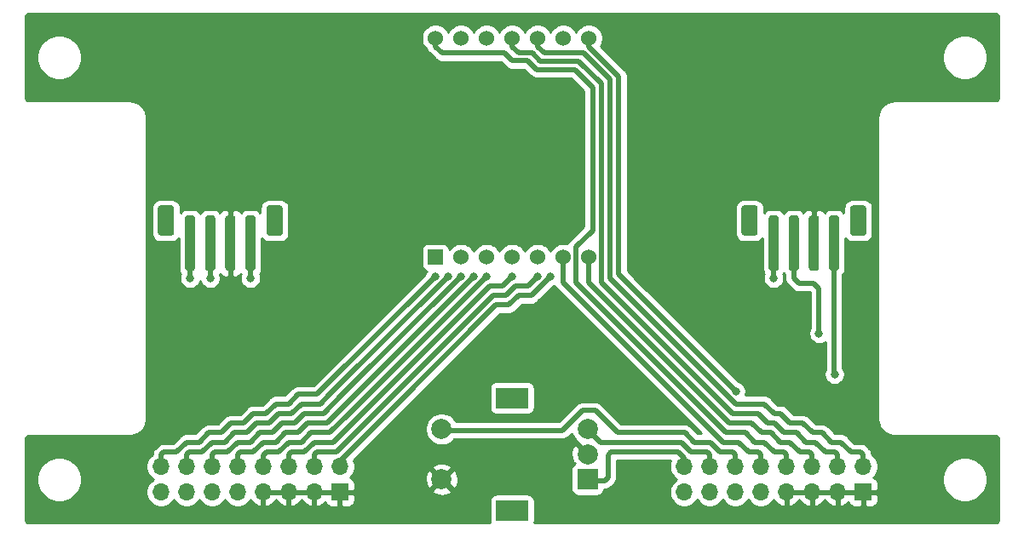
<source format=gbr>
%TF.GenerationSoftware,KiCad,Pcbnew,(5.1.9)-1*%
%TF.CreationDate,2021-05-23T18:49:26+01:00*%
%TF.ProjectId,ClockStrikeRotary,436c6f63-6b53-4747-9269-6b65526f7461,rev?*%
%TF.SameCoordinates,Original*%
%TF.FileFunction,Copper,L2,Bot*%
%TF.FilePolarity,Positive*%
%FSLAX46Y46*%
G04 Gerber Fmt 4.6, Leading zero omitted, Abs format (unit mm)*
G04 Created by KiCad (PCBNEW (5.1.9)-1) date 2021-05-23 18:49:26*
%MOMM*%
%LPD*%
G01*
G04 APERTURE LIST*
%TA.AperFunction,ComponentPad*%
%ADD10R,1.700000X1.700000*%
%TD*%
%TA.AperFunction,ComponentPad*%
%ADD11O,1.700000X1.700000*%
%TD*%
%TA.AperFunction,ComponentPad*%
%ADD12R,2.000000X2.000000*%
%TD*%
%TA.AperFunction,ComponentPad*%
%ADD13C,2.000000*%
%TD*%
%TA.AperFunction,ComponentPad*%
%ADD14R,3.200000X2.000000*%
%TD*%
%TA.AperFunction,ComponentPad*%
%ADD15C,1.524000*%
%TD*%
%TA.AperFunction,ComponentPad*%
%ADD16R,1.524000X1.524000*%
%TD*%
%TA.AperFunction,ViaPad*%
%ADD17C,0.800000*%
%TD*%
%TA.AperFunction,Conductor*%
%ADD18C,0.500000*%
%TD*%
%TA.AperFunction,Conductor*%
%ADD19C,0.254000*%
%TD*%
%TA.AperFunction,Conductor*%
%ADD20C,0.100000*%
%TD*%
G04 APERTURE END LIST*
D10*
%TO.P,J4,1*%
%TO.N,GND*%
X99890000Y-72270000D03*
D11*
%TO.P,J4,2*%
%TO.N,DIG3*%
X99890000Y-69730000D03*
%TO.P,J4,3*%
%TO.N,GND*%
X97350000Y-72270000D03*
%TO.P,J4,4*%
%TO.N,DIG2*%
X97350000Y-69730000D03*
%TO.P,J4,5*%
%TO.N,GND*%
X94810000Y-72270000D03*
%TO.P,J4,6*%
%TO.N,COL*%
X94810000Y-69730000D03*
%TO.P,J4,7*%
%TO.N,GND*%
X92270000Y-72270000D03*
%TO.P,J4,8*%
%TO.N,DIG1*%
X92270000Y-69730000D03*
%TO.P,J4,9*%
%TO.N,+5P*%
X89730000Y-72270000D03*
%TO.P,J4,10*%
%TO.N,DIG4*%
X89730000Y-69730000D03*
%TO.P,J4,11*%
%TO.N,+5P*%
X87190000Y-72270000D03*
%TO.P,J4,12*%
%TO.N,RE-SW*%
X87190000Y-69730000D03*
%TO.P,J4,13*%
%TO.N,+5P*%
X84650000Y-72270000D03*
%TO.P,J4,14*%
%TO.N,RE-B*%
X84650000Y-69730000D03*
%TO.P,J4,15*%
%TO.N,+5P*%
X82110000Y-72270000D03*
%TO.P,J4,16*%
%TO.N,RE-A*%
X82110000Y-69730000D03*
%TD*%
%TO.P,J2,MP*%
%TO.N,N/C*%
%TA.AperFunction,SMDPad,CuDef*%
G36*
G01*
X89400000Y-44000000D02*
X89400000Y-46500000D01*
G75*
G02*
X89150000Y-46750000I-250000J0D01*
G01*
X88050000Y-46750000D01*
G75*
G02*
X87800000Y-46500000I0J250000D01*
G01*
X87800000Y-44000000D01*
G75*
G02*
X88050000Y-43750000I250000J0D01*
G01*
X89150000Y-43750000D01*
G75*
G02*
X89400000Y-44000000I0J-250000D01*
G01*
G37*
%TD.AperFunction*%
%TA.AperFunction,SMDPad,CuDef*%
G36*
G01*
X100200000Y-44000000D02*
X100200000Y-46500000D01*
G75*
G02*
X99950000Y-46750000I-250000J0D01*
G01*
X98850000Y-46750000D01*
G75*
G02*
X98600000Y-46500000I0J250000D01*
G01*
X98600000Y-44000000D01*
G75*
G02*
X98850000Y-43750000I250000J0D01*
G01*
X99950000Y-43750000D01*
G75*
G02*
X100200000Y-44000000I0J-250000D01*
G01*
G37*
%TD.AperFunction*%
%TO.P,J2,4*%
%TO.N,DO*%
%TA.AperFunction,SMDPad,CuDef*%
G36*
G01*
X91500000Y-45000000D02*
X91500000Y-50000000D01*
G75*
G02*
X91250000Y-50250000I-250000J0D01*
G01*
X90750000Y-50250000D01*
G75*
G02*
X90500000Y-50000000I0J250000D01*
G01*
X90500000Y-45000000D01*
G75*
G02*
X90750000Y-44750000I250000J0D01*
G01*
X91250000Y-44750000D01*
G75*
G02*
X91500000Y-45000000I0J-250000D01*
G01*
G37*
%TD.AperFunction*%
%TO.P,J2,3*%
%TO.N,CO*%
%TA.AperFunction,SMDPad,CuDef*%
G36*
G01*
X93500000Y-45000000D02*
X93500000Y-50000000D01*
G75*
G02*
X93250000Y-50250000I-250000J0D01*
G01*
X92750000Y-50250000D01*
G75*
G02*
X92500000Y-50000000I0J250000D01*
G01*
X92500000Y-45000000D01*
G75*
G02*
X92750000Y-44750000I250000J0D01*
G01*
X93250000Y-44750000D01*
G75*
G02*
X93500000Y-45000000I0J-250000D01*
G01*
G37*
%TD.AperFunction*%
%TO.P,J2,2*%
%TO.N,GND*%
%TA.AperFunction,SMDPad,CuDef*%
G36*
G01*
X95500000Y-45000000D02*
X95500000Y-50000000D01*
G75*
G02*
X95250000Y-50250000I-250000J0D01*
G01*
X94750000Y-50250000D01*
G75*
G02*
X94500000Y-50000000I0J250000D01*
G01*
X94500000Y-45000000D01*
G75*
G02*
X94750000Y-44750000I250000J0D01*
G01*
X95250000Y-44750000D01*
G75*
G02*
X95500000Y-45000000I0J-250000D01*
G01*
G37*
%TD.AperFunction*%
%TO.P,J2,1*%
%TO.N,+5V*%
%TA.AperFunction,SMDPad,CuDef*%
G36*
G01*
X97500000Y-45000000D02*
X97500000Y-50000000D01*
G75*
G02*
X97250000Y-50250000I-250000J0D01*
G01*
X96750000Y-50250000D01*
G75*
G02*
X96500000Y-50000000I0J250000D01*
G01*
X96500000Y-45000000D01*
G75*
G02*
X96750000Y-44750000I250000J0D01*
G01*
X97250000Y-44750000D01*
G75*
G02*
X97500000Y-45000000I0J-250000D01*
G01*
G37*
%TD.AperFunction*%
%TD*%
%TO.P,J1,MP*%
%TO.N,N/C*%
%TA.AperFunction,SMDPad,CuDef*%
G36*
G01*
X31400000Y-44000000D02*
X31400000Y-46500000D01*
G75*
G02*
X31150000Y-46750000I-250000J0D01*
G01*
X30050000Y-46750000D01*
G75*
G02*
X29800000Y-46500000I0J250000D01*
G01*
X29800000Y-44000000D01*
G75*
G02*
X30050000Y-43750000I250000J0D01*
G01*
X31150000Y-43750000D01*
G75*
G02*
X31400000Y-44000000I0J-250000D01*
G01*
G37*
%TD.AperFunction*%
%TA.AperFunction,SMDPad,CuDef*%
G36*
G01*
X42200000Y-44000000D02*
X42200000Y-46500000D01*
G75*
G02*
X41950000Y-46750000I-250000J0D01*
G01*
X40850000Y-46750000D01*
G75*
G02*
X40600000Y-46500000I0J250000D01*
G01*
X40600000Y-44000000D01*
G75*
G02*
X40850000Y-43750000I250000J0D01*
G01*
X41950000Y-43750000D01*
G75*
G02*
X42200000Y-44000000I0J-250000D01*
G01*
G37*
%TD.AperFunction*%
%TO.P,J1,4*%
%TO.N,DI*%
%TA.AperFunction,SMDPad,CuDef*%
G36*
G01*
X33500000Y-45000000D02*
X33500000Y-50000000D01*
G75*
G02*
X33250000Y-50250000I-250000J0D01*
G01*
X32750000Y-50250000D01*
G75*
G02*
X32500000Y-50000000I0J250000D01*
G01*
X32500000Y-45000000D01*
G75*
G02*
X32750000Y-44750000I250000J0D01*
G01*
X33250000Y-44750000D01*
G75*
G02*
X33500000Y-45000000I0J-250000D01*
G01*
G37*
%TD.AperFunction*%
%TO.P,J1,3*%
%TO.N,CI*%
%TA.AperFunction,SMDPad,CuDef*%
G36*
G01*
X35500000Y-45000000D02*
X35500000Y-50000000D01*
G75*
G02*
X35250000Y-50250000I-250000J0D01*
G01*
X34750000Y-50250000D01*
G75*
G02*
X34500000Y-50000000I0J250000D01*
G01*
X34500000Y-45000000D01*
G75*
G02*
X34750000Y-44750000I250000J0D01*
G01*
X35250000Y-44750000D01*
G75*
G02*
X35500000Y-45000000I0J-250000D01*
G01*
G37*
%TD.AperFunction*%
%TO.P,J1,2*%
%TO.N,GND*%
%TA.AperFunction,SMDPad,CuDef*%
G36*
G01*
X37500000Y-45000000D02*
X37500000Y-50000000D01*
G75*
G02*
X37250000Y-50250000I-250000J0D01*
G01*
X36750000Y-50250000D01*
G75*
G02*
X36500000Y-50000000I0J250000D01*
G01*
X36500000Y-45000000D01*
G75*
G02*
X36750000Y-44750000I250000J0D01*
G01*
X37250000Y-44750000D01*
G75*
G02*
X37500000Y-45000000I0J-250000D01*
G01*
G37*
%TD.AperFunction*%
%TO.P,J1,1*%
%TO.N,+5V*%
%TA.AperFunction,SMDPad,CuDef*%
G36*
G01*
X39500000Y-45000000D02*
X39500000Y-50000000D01*
G75*
G02*
X39250000Y-50250000I-250000J0D01*
G01*
X38750000Y-50250000D01*
G75*
G02*
X38500000Y-50000000I0J250000D01*
G01*
X38500000Y-45000000D01*
G75*
G02*
X38750000Y-44750000I250000J0D01*
G01*
X39250000Y-44750000D01*
G75*
G02*
X39500000Y-45000000I0J-250000D01*
G01*
G37*
%TD.AperFunction*%
%TD*%
D12*
%TO.P,SW1,A*%
%TO.N,RE-A*%
X72500000Y-71000000D03*
D13*
%TO.P,SW1,C*%
%TO.N,GND*%
X72500000Y-68500000D03*
%TO.P,SW1,B*%
%TO.N,RE-B*%
X72500000Y-66000000D03*
D14*
%TO.P,SW1,MP*%
%TO.N,N/C*%
X65000000Y-74100000D03*
X65000000Y-62900000D03*
D13*
%TO.P,SW1,S2*%
%TO.N,GND*%
X58000000Y-71000000D03*
%TO.P,SW1,S1*%
%TO.N,RE-SW*%
X58000000Y-66000000D03*
%TD*%
D10*
%TO.P,J3,1*%
%TO.N,GND*%
X47890000Y-72270000D03*
D11*
%TO.P,J3,2*%
%TO.N,B*%
X47890000Y-69730000D03*
%TO.P,J3,3*%
%TO.N,GND*%
X45350000Y-72270000D03*
%TO.P,J3,4*%
%TO.N,G*%
X45350000Y-69730000D03*
%TO.P,J3,5*%
%TO.N,GND*%
X42810000Y-72270000D03*
%TO.P,J3,6*%
%TO.N,C*%
X42810000Y-69730000D03*
%TO.P,J3,7*%
%TO.N,GND*%
X40270000Y-72270000D03*
%TO.P,J3,8*%
%TO.N,DP*%
X40270000Y-69730000D03*
%TO.P,J3,9*%
%TO.N,+5P*%
X37730000Y-72270000D03*
%TO.P,J3,10*%
%TO.N,F*%
X37730000Y-69730000D03*
%TO.P,J3,11*%
%TO.N,+5P*%
X35190000Y-72270000D03*
%TO.P,J3,12*%
%TO.N,D*%
X35190000Y-69730000D03*
%TO.P,J3,13*%
%TO.N,+5P*%
X32650000Y-72270000D03*
%TO.P,J3,14*%
%TO.N,A*%
X32650000Y-69730000D03*
%TO.P,J3,15*%
%TO.N,+5P*%
X30110000Y-72270000D03*
%TO.P,J3,16*%
%TO.N,E*%
X30110000Y-69730000D03*
%TD*%
D15*
%TO.P,D8,14*%
%TO.N,DIG1*%
X57380000Y-27110000D03*
%TO.P,D8,13*%
%TO.N,A*%
X59920000Y-27110000D03*
%TO.P,D8,12*%
%TO.N,F*%
X62460000Y-27110000D03*
%TO.P,D8,11*%
%TO.N,DIG2*%
X65000000Y-27110000D03*
%TO.P,D8,10*%
%TO.N,DIG3*%
X67540000Y-27110000D03*
%TO.P,D8,9*%
%TO.N,B*%
X70080000Y-27110000D03*
%TO.P,D8,8*%
%TO.N,Net-(D8-Pad8)*%
X72620000Y-27110000D03*
%TO.P,D8,7*%
%TO.N,COL*%
X72620000Y-48900000D03*
%TO.P,D8,6*%
%TO.N,DIG4*%
X70080000Y-48900000D03*
%TO.P,D8,5*%
%TO.N,G*%
X67540000Y-48900000D03*
%TO.P,D8,4*%
%TO.N,C*%
X65000000Y-48900000D03*
%TO.P,D8,3*%
%TO.N,DP*%
X62460000Y-48900000D03*
%TO.P,D8,2*%
%TO.N,D*%
X59920000Y-48900000D03*
D16*
%TO.P,D8,1*%
%TO.N,E*%
X57380000Y-48900000D03*
%TD*%
D17*
%TO.N,GND*%
X59925000Y-45095000D03*
X59925000Y-34300000D03*
X65005000Y-34300000D03*
X65005000Y-45095000D03*
%TO.N,+5V*%
X39000000Y-51000000D03*
X97050000Y-60550000D03*
%TO.N,CI*%
X35000000Y-51000000D03*
%TO.N,DI*%
X33000000Y-51000000D03*
%TO.N,DO*%
X91000000Y-51000000D03*
%TO.N,CO*%
X95500000Y-56500000D03*
%TO.N,A*%
X58655000Y-50810000D03*
%TO.N,F*%
X61195000Y-50810000D03*
%TO.N,B*%
X68815000Y-50810000D03*
%TO.N,G*%
X67545000Y-50810000D03*
%TO.N,C*%
X65005000Y-50810000D03*
%TO.N,DP*%
X62465000Y-50810000D03*
%TO.N,D*%
X59925000Y-50810000D03*
%TO.N,E*%
X57385000Y-50810000D03*
%TO.N,Net-(D8-Pad8)*%
X87230000Y-62240000D03*
%TD*%
D18*
%TO.N,+5V*%
X39000000Y-51000000D02*
X39000000Y-47500000D01*
X97000000Y-60500000D02*
X97050000Y-60550000D01*
X97000000Y-47500000D02*
X97000000Y-60500000D01*
%TO.N,CI*%
X35000000Y-47500000D02*
X35000000Y-51000000D01*
%TO.N,DI*%
X33000000Y-47500000D02*
X33000000Y-51000000D01*
%TO.N,DO*%
X91000000Y-51000000D02*
X91000000Y-47500000D01*
%TO.N,CO*%
X95500000Y-56500000D02*
X95500000Y-52000000D01*
X95500000Y-52000000D02*
X95000000Y-51500000D01*
X95000000Y-51500000D02*
X93500000Y-51500000D01*
X93500000Y-51500000D02*
X93000000Y-51000000D01*
X93000000Y-51000000D02*
X93000000Y-47500000D01*
%TO.N,DIG1*%
X71355000Y-51445000D02*
X71355000Y-47889000D01*
X86277500Y-66367500D02*
X71355000Y-51445000D01*
X88182500Y-66367500D02*
X86277500Y-66367500D01*
X89135000Y-67320000D02*
X88182500Y-66367500D01*
X71355000Y-47889000D02*
X73006000Y-46238000D01*
X91040000Y-68272500D02*
X90087500Y-67320000D01*
X73006000Y-46238000D02*
X73006000Y-32014000D01*
X90087500Y-67320000D02*
X89135000Y-67320000D01*
X92270000Y-68550000D02*
X91992500Y-68272500D01*
X92270000Y-69730000D02*
X92270000Y-68550000D01*
X91992500Y-68272500D02*
X91040000Y-68272500D01*
X64243000Y-28585000D02*
X58020000Y-28585000D01*
X65259000Y-29347000D02*
X65005000Y-29347000D01*
X64243000Y-28585000D02*
X65005000Y-29347000D01*
X73006000Y-32014000D02*
X71228000Y-30236000D01*
X71228000Y-30236000D02*
X67418000Y-30236000D01*
X67418000Y-30236000D02*
X66529000Y-29347000D01*
X66529000Y-29347000D02*
X65259000Y-29347000D01*
X58020000Y-28585000D02*
X57380000Y-27945000D01*
X57380000Y-27945000D02*
X57380000Y-27110000D01*
%TO.N,A*%
X32650000Y-69730000D02*
X32650000Y-68560000D01*
X32937500Y-68272500D02*
X34207500Y-68272500D01*
X34207500Y-68272500D02*
X35160000Y-67320000D01*
X46907500Y-62557500D02*
X58655000Y-50810000D01*
X35160000Y-67320000D02*
X36430000Y-67320000D01*
X36430000Y-67320000D02*
X37382500Y-66367500D01*
X37382500Y-66367500D02*
X38652500Y-66367500D01*
X44050000Y-63510000D02*
X45955000Y-63510000D01*
X45955000Y-63510000D02*
X46907500Y-62557500D01*
X32650000Y-68560000D02*
X32937500Y-68272500D01*
X38652500Y-66367500D02*
X39605000Y-65415000D01*
X40875000Y-65415000D02*
X41827500Y-64462500D01*
X39605000Y-65415000D02*
X40875000Y-65415000D01*
X41827500Y-64462500D02*
X43097500Y-64462500D01*
X43097500Y-64462500D02*
X44050000Y-63510000D01*
%TO.N,F*%
X61195000Y-50810000D02*
X47542500Y-64462500D01*
X37730000Y-69730000D02*
X37730000Y-68560000D01*
X37730000Y-68560000D02*
X38017500Y-68272500D01*
X38017500Y-68272500D02*
X39287500Y-68272500D01*
X39287500Y-68272500D02*
X40240000Y-67320000D01*
X40240000Y-67320000D02*
X41510000Y-67320000D01*
X41510000Y-67320000D02*
X42462500Y-66367500D01*
X42462500Y-66367500D02*
X43732500Y-66367500D01*
X43732500Y-66367500D02*
X44685000Y-65415000D01*
X44685000Y-65415000D02*
X46590000Y-65415000D01*
X46590000Y-65415000D02*
X47542500Y-64462500D01*
%TO.N,DIG2*%
X97072500Y-68272500D02*
X97350000Y-68550000D01*
X96120000Y-68272500D02*
X97072500Y-68272500D01*
X94215000Y-67320000D02*
X95167500Y-67320000D01*
X93262500Y-66367500D02*
X94215000Y-67320000D01*
X65000000Y-27110000D02*
X65000000Y-27945000D01*
X90405000Y-65415000D02*
X91040000Y-65415000D01*
X91040000Y-65415000D02*
X91992500Y-66367500D01*
X97350000Y-68550000D02*
X97350000Y-69730000D01*
X65000000Y-27945000D02*
X65640000Y-28585000D01*
X65640000Y-28585000D02*
X67037000Y-28585000D01*
X86912500Y-64462500D02*
X89452500Y-64462500D01*
X67826000Y-29374000D02*
X71636000Y-29374000D01*
X67037000Y-28585000D02*
X67826000Y-29374000D01*
X73895000Y-51445000D02*
X86912500Y-64462500D01*
X95167500Y-67320000D02*
X96120000Y-68272500D01*
X73895000Y-31633000D02*
X73895000Y-51445000D01*
X89452500Y-64462500D02*
X90405000Y-65415000D01*
X71636000Y-29374000D02*
X73895000Y-31633000D01*
X91992500Y-66367500D02*
X93262500Y-66367500D01*
%TO.N,DIG3*%
X67540000Y-27945000D02*
X67540000Y-27110000D01*
X68180000Y-28585000D02*
X67540000Y-27945000D01*
X72117000Y-28585000D02*
X68180000Y-28585000D01*
X74750000Y-31218000D02*
X72117000Y-28585000D01*
X75165000Y-51415000D02*
X74750000Y-51000000D01*
X75165000Y-51445000D02*
X75165000Y-51415000D01*
X87230000Y-63510000D02*
X75165000Y-51445000D01*
X99890000Y-69730000D02*
X99890000Y-68550000D01*
X99612500Y-68272500D02*
X98660000Y-68272500D01*
X98660000Y-68272500D02*
X97707500Y-67320000D01*
X97707500Y-67320000D02*
X96755000Y-67320000D01*
X96755000Y-67320000D02*
X95802500Y-66367500D01*
X99890000Y-68550000D02*
X99612500Y-68272500D01*
X90087500Y-63510000D02*
X87230000Y-63510000D01*
X95802500Y-66367500D02*
X94850000Y-66367500D01*
X74750000Y-51000000D02*
X74750000Y-31218000D01*
X93897500Y-65415000D02*
X92627500Y-65415000D01*
X94850000Y-66367500D02*
X93897500Y-65415000D01*
X92627500Y-65415000D02*
X91675000Y-64462500D01*
X91675000Y-64462500D02*
X91040000Y-64462500D01*
X91040000Y-64462500D02*
X90087500Y-63510000D01*
%TO.N,B*%
X63417500Y-53667500D02*
X52622500Y-64462500D01*
X64687500Y-53667500D02*
X63417500Y-53667500D01*
X65640000Y-52715000D02*
X64687500Y-53667500D01*
X66910000Y-52715000D02*
X65640000Y-52715000D01*
X68815000Y-50810000D02*
X66910000Y-52715000D01*
X47890000Y-69195000D02*
X48653750Y-68431250D01*
X47890000Y-69730000D02*
X47890000Y-69195000D01*
X48653750Y-68431250D02*
X48495000Y-68590000D01*
X52622500Y-64462500D02*
X48653750Y-68431250D01*
%TO.N,COL*%
X72620000Y-48900000D02*
X72620000Y-50805000D01*
X72620000Y-50805000D02*
X72625000Y-50810000D01*
X94810000Y-68550000D02*
X94810000Y-69730000D01*
X94532500Y-68272500D02*
X94810000Y-68550000D01*
X93580000Y-68272500D02*
X94532500Y-68272500D01*
X92627500Y-67320000D02*
X93580000Y-68272500D01*
X90722500Y-66367500D02*
X91675000Y-67320000D01*
X89770000Y-66367500D02*
X90722500Y-66367500D01*
X88817500Y-65415000D02*
X89770000Y-66367500D01*
X72620000Y-51440000D02*
X86595000Y-65415000D01*
X91675000Y-67320000D02*
X92627500Y-67320000D01*
X86595000Y-65415000D02*
X88817500Y-65415000D01*
X72620000Y-50805000D02*
X72620000Y-51440000D01*
%TO.N,DIG4*%
X70085000Y-50810000D02*
X70080000Y-50805000D01*
X70080000Y-51440000D02*
X70080000Y-50497500D01*
X89452500Y-68272500D02*
X88500000Y-68272500D01*
X89730000Y-68550000D02*
X89452500Y-68272500D01*
X85960000Y-67320000D02*
X70080000Y-51440000D01*
X88500000Y-68272500D02*
X87547500Y-67320000D01*
X89730000Y-69730000D02*
X89730000Y-68550000D01*
X87547500Y-67320000D02*
X85960000Y-67320000D01*
X70080000Y-50497500D02*
X70080000Y-48900000D01*
X70080000Y-50805000D02*
X70080000Y-50497500D01*
%TO.N,G*%
X66592500Y-51762500D02*
X67545000Y-50810000D01*
X64370000Y-52715000D02*
X65322500Y-51762500D01*
X63100000Y-52715000D02*
X64370000Y-52715000D01*
X65322500Y-51762500D02*
X66592500Y-51762500D01*
X47542500Y-68272500D02*
X63100000Y-52715000D01*
X45637500Y-68272500D02*
X47542500Y-68272500D01*
X45350000Y-68560000D02*
X45637500Y-68272500D01*
X45350000Y-69730000D02*
X45350000Y-68560000D01*
%TO.N,C*%
X64052500Y-51762500D02*
X65005000Y-50810000D01*
X62782500Y-51762500D02*
X64052500Y-51762500D01*
X47225000Y-67320000D02*
X62782500Y-51762500D01*
X45320000Y-67320000D02*
X47225000Y-67320000D01*
X44367500Y-68272500D02*
X45320000Y-67320000D01*
X43097500Y-68272500D02*
X44367500Y-68272500D01*
X42810000Y-68560000D02*
X43097500Y-68272500D01*
X42810000Y-69730000D02*
X42810000Y-68560000D01*
%TO.N,DP*%
X62465000Y-50810000D02*
X48812500Y-64462500D01*
X40270000Y-69730000D02*
X40270000Y-68620000D01*
X40270000Y-68620000D02*
X40617500Y-68272500D01*
X40617500Y-68272500D02*
X41827500Y-68272500D01*
X41827500Y-68272500D02*
X42780000Y-67320000D01*
X42780000Y-67320000D02*
X44050000Y-67320000D01*
X44050000Y-67320000D02*
X45002500Y-66367500D01*
X45002500Y-66367500D02*
X46907500Y-66367500D01*
X46907500Y-66367500D02*
X48812500Y-64462500D01*
%TO.N,D*%
X59925000Y-50810000D02*
X48177500Y-62557500D01*
X35190000Y-69730000D02*
X35190000Y-68560000D01*
X35190000Y-68560000D02*
X35477500Y-68272500D01*
X35477500Y-68272500D02*
X36747500Y-68272500D01*
X36747500Y-68272500D02*
X37700000Y-67320000D01*
X37700000Y-67320000D02*
X38970000Y-67320000D01*
X38970000Y-67320000D02*
X39922500Y-66367500D01*
X39922500Y-66367500D02*
X41192500Y-66367500D01*
X41192500Y-66367500D02*
X42145000Y-65415000D01*
X42145000Y-65415000D02*
X43415000Y-65415000D01*
X43415000Y-65415000D02*
X44367500Y-64462500D01*
X46272500Y-64462500D02*
X48177500Y-62557500D01*
X44367500Y-64462500D02*
X46272500Y-64462500D01*
%TO.N,E*%
X43732500Y-62557500D02*
X45637500Y-62557500D01*
X42780000Y-63510000D02*
X43732500Y-62557500D01*
X30110000Y-69730000D02*
X30110000Y-68560000D01*
X45637500Y-62557500D02*
X57385000Y-50810000D01*
X39287500Y-64462500D02*
X40557500Y-64462500D01*
X41510000Y-63510000D02*
X42780000Y-63510000D01*
X30110000Y-68560000D02*
X30397500Y-68272500D01*
X40557500Y-64462500D02*
X41510000Y-63510000D01*
X30397500Y-68272500D02*
X31667500Y-68272500D01*
X31667500Y-68272500D02*
X32620000Y-67320000D01*
X32620000Y-67320000D02*
X33890000Y-67320000D01*
X33890000Y-67320000D02*
X34842500Y-66367500D01*
X34842500Y-66367500D02*
X36112500Y-66367500D01*
X36112500Y-66367500D02*
X37065000Y-65415000D01*
X37065000Y-65415000D02*
X38335000Y-65415000D01*
X38335000Y-65415000D02*
X39287500Y-64462500D01*
%TO.N,RE-A*%
X81515000Y-68272500D02*
X82110000Y-68867500D01*
X82110000Y-68867500D02*
X82110000Y-69730000D01*
X74847500Y-68272500D02*
X81515000Y-68272500D01*
X74530000Y-68590000D02*
X74847500Y-68272500D01*
X74530000Y-70812500D02*
X74530000Y-68590000D01*
X74212500Y-71130000D02*
X74530000Y-70812500D01*
X72625000Y-71130000D02*
X74212500Y-71130000D01*
%TO.N,RE-B*%
X81832500Y-67320000D02*
X73815000Y-67320000D01*
X84372500Y-68272500D02*
X82785000Y-68272500D01*
X73815000Y-67320000D02*
X72625000Y-66130000D01*
X82785000Y-68272500D02*
X81832500Y-67320000D01*
X84650000Y-68550000D02*
X84372500Y-68272500D01*
X84650000Y-69730000D02*
X84650000Y-68550000D01*
%TO.N,RE-SW*%
X87190000Y-68550000D02*
X87190000Y-69730000D01*
X85642500Y-68272500D02*
X86912500Y-68272500D01*
X83102500Y-67320000D02*
X84690000Y-67320000D01*
X82150000Y-66367500D02*
X83102500Y-67320000D01*
X75482500Y-66367500D02*
X82150000Y-66367500D01*
X84690000Y-67320000D02*
X85642500Y-68272500D01*
X73260000Y-64145000D02*
X75482500Y-66367500D01*
X86912500Y-68272500D02*
X87190000Y-68550000D01*
X71990000Y-64145000D02*
X73260000Y-64145000D01*
X70005000Y-66130000D02*
X71990000Y-64145000D01*
X58125000Y-66130000D02*
X70005000Y-66130000D01*
%TO.N,Net-(D8-Pad8)*%
X76435000Y-51445000D02*
X87230000Y-62240000D01*
X76435000Y-51435000D02*
X76435000Y-51445000D01*
X75600000Y-30925000D02*
X75600000Y-50600000D01*
X72620000Y-27945000D02*
X75600000Y-30925000D01*
X75600000Y-50600000D02*
X76435000Y-51435000D01*
X72620000Y-27110000D02*
X72620000Y-27945000D01*
%TD*%
D19*
%TO.N,GND*%
X113065424Y-24669580D02*
X113128356Y-24688580D01*
X113186405Y-24719445D01*
X113237343Y-24760989D01*
X113279248Y-24811644D01*
X113310515Y-24869471D01*
X113329956Y-24932272D01*
X113340000Y-25027835D01*
X113340001Y-32967711D01*
X113330420Y-33065424D01*
X113311420Y-33128357D01*
X113280554Y-33186406D01*
X113239011Y-33237343D01*
X113188356Y-33279248D01*
X113130529Y-33310515D01*
X113067728Y-33329956D01*
X112972165Y-33340000D01*
X102967581Y-33340000D01*
X102939326Y-33342783D01*
X102933199Y-33342740D01*
X102924028Y-33343640D01*
X102729931Y-33364041D01*
X102671348Y-33376066D01*
X102612577Y-33387277D01*
X102603755Y-33389941D01*
X102417317Y-33447653D01*
X102362162Y-33470838D01*
X102306709Y-33493242D01*
X102298573Y-33497568D01*
X102126896Y-33590393D01*
X102077278Y-33623861D01*
X102027247Y-33656600D01*
X102020106Y-33662424D01*
X101869728Y-33786828D01*
X101827589Y-33829263D01*
X101784839Y-33871126D01*
X101778966Y-33878227D01*
X101655616Y-34029469D01*
X101622534Y-34079262D01*
X101588716Y-34128651D01*
X101584333Y-34136757D01*
X101492708Y-34309079D01*
X101469909Y-34364394D01*
X101446348Y-34419366D01*
X101443623Y-34428169D01*
X101387214Y-34615005D01*
X101375594Y-34673693D01*
X101363158Y-34732196D01*
X101362195Y-34741361D01*
X101343150Y-34935595D01*
X101340000Y-34967582D01*
X101340001Y-65032419D01*
X101342783Y-65060664D01*
X101342740Y-65066801D01*
X101343640Y-65075972D01*
X101364041Y-65270069D01*
X101376068Y-65328658D01*
X101387277Y-65387423D01*
X101389941Y-65396245D01*
X101447653Y-65582683D01*
X101470838Y-65637838D01*
X101493242Y-65693291D01*
X101497568Y-65701427D01*
X101590393Y-65873104D01*
X101623846Y-65922699D01*
X101656600Y-65972753D01*
X101662424Y-65979894D01*
X101786828Y-66130272D01*
X101829263Y-66172411D01*
X101871126Y-66215161D01*
X101878227Y-66221034D01*
X102029469Y-66344384D01*
X102079277Y-66377477D01*
X102128651Y-66411284D01*
X102136757Y-66415667D01*
X102309080Y-66507292D01*
X102364392Y-66530090D01*
X102419366Y-66553652D01*
X102428169Y-66556377D01*
X102615006Y-66612786D01*
X102673686Y-66624405D01*
X102732196Y-66636842D01*
X102741361Y-66637805D01*
X102935594Y-66656850D01*
X102935598Y-66656850D01*
X102967581Y-66660000D01*
X112967721Y-66660000D01*
X113065424Y-66669580D01*
X113128356Y-66688580D01*
X113186405Y-66719445D01*
X113237343Y-66760989D01*
X113279248Y-66811644D01*
X113310515Y-66869471D01*
X113329956Y-66932272D01*
X113340000Y-67027835D01*
X113340001Y-74967711D01*
X113330420Y-75065424D01*
X113311420Y-75128357D01*
X113280554Y-75186406D01*
X113239011Y-75237343D01*
X113188356Y-75279248D01*
X113130529Y-75310515D01*
X113067728Y-75329956D01*
X112972165Y-75340000D01*
X67190770Y-75340000D01*
X67225812Y-75224482D01*
X67238072Y-75100000D01*
X67238072Y-73100000D01*
X67225812Y-72975518D01*
X67189502Y-72855820D01*
X67130537Y-72745506D01*
X67051185Y-72648815D01*
X66954494Y-72569463D01*
X66844180Y-72510498D01*
X66724482Y-72474188D01*
X66600000Y-72461928D01*
X63400000Y-72461928D01*
X63275518Y-72474188D01*
X63155820Y-72510498D01*
X63045506Y-72569463D01*
X62948815Y-72648815D01*
X62869463Y-72745506D01*
X62810498Y-72855820D01*
X62774188Y-72975518D01*
X62761928Y-73100000D01*
X62761928Y-75100000D01*
X62774188Y-75224482D01*
X62809230Y-75340000D01*
X17032279Y-75340000D01*
X16934576Y-75330420D01*
X16871643Y-75311420D01*
X16813594Y-75280554D01*
X16762657Y-75239011D01*
X16720752Y-75188356D01*
X16689485Y-75130529D01*
X16670044Y-75067728D01*
X16660000Y-74972165D01*
X16660000Y-70779872D01*
X17765000Y-70779872D01*
X17765000Y-71220128D01*
X17850890Y-71651925D01*
X18019369Y-72058669D01*
X18263962Y-72424729D01*
X18575271Y-72736038D01*
X18941331Y-72980631D01*
X19348075Y-73149110D01*
X19779872Y-73235000D01*
X20220128Y-73235000D01*
X20651925Y-73149110D01*
X21058669Y-72980631D01*
X21424729Y-72736038D01*
X21736038Y-72424729D01*
X21980631Y-72058669D01*
X22149110Y-71651925D01*
X22235000Y-71220128D01*
X22235000Y-70779872D01*
X22149110Y-70348075D01*
X21980631Y-69941331D01*
X21741697Y-69583740D01*
X28625000Y-69583740D01*
X28625000Y-69876260D01*
X28682068Y-70163158D01*
X28794010Y-70433411D01*
X28956525Y-70676632D01*
X29163368Y-70883475D01*
X29337760Y-71000000D01*
X29163368Y-71116525D01*
X28956525Y-71323368D01*
X28794010Y-71566589D01*
X28682068Y-71836842D01*
X28625000Y-72123740D01*
X28625000Y-72416260D01*
X28682068Y-72703158D01*
X28794010Y-72973411D01*
X28956525Y-73216632D01*
X29163368Y-73423475D01*
X29406589Y-73585990D01*
X29676842Y-73697932D01*
X29963740Y-73755000D01*
X30256260Y-73755000D01*
X30543158Y-73697932D01*
X30813411Y-73585990D01*
X31056632Y-73423475D01*
X31263475Y-73216632D01*
X31380000Y-73042240D01*
X31496525Y-73216632D01*
X31703368Y-73423475D01*
X31946589Y-73585990D01*
X32216842Y-73697932D01*
X32503740Y-73755000D01*
X32796260Y-73755000D01*
X33083158Y-73697932D01*
X33353411Y-73585990D01*
X33596632Y-73423475D01*
X33803475Y-73216632D01*
X33920000Y-73042240D01*
X34036525Y-73216632D01*
X34243368Y-73423475D01*
X34486589Y-73585990D01*
X34756842Y-73697932D01*
X35043740Y-73755000D01*
X35336260Y-73755000D01*
X35623158Y-73697932D01*
X35893411Y-73585990D01*
X36136632Y-73423475D01*
X36343475Y-73216632D01*
X36460000Y-73042240D01*
X36576525Y-73216632D01*
X36783368Y-73423475D01*
X37026589Y-73585990D01*
X37296842Y-73697932D01*
X37583740Y-73755000D01*
X37876260Y-73755000D01*
X38163158Y-73697932D01*
X38433411Y-73585990D01*
X38676632Y-73423475D01*
X38883475Y-73216632D01*
X39005195Y-73034466D01*
X39074822Y-73151355D01*
X39269731Y-73367588D01*
X39503080Y-73541641D01*
X39765901Y-73666825D01*
X39913110Y-73711476D01*
X40143000Y-73590155D01*
X40143000Y-72397000D01*
X40397000Y-72397000D01*
X40397000Y-73590155D01*
X40626890Y-73711476D01*
X40774099Y-73666825D01*
X41036920Y-73541641D01*
X41270269Y-73367588D01*
X41465178Y-73151355D01*
X41540000Y-73025745D01*
X41614822Y-73151355D01*
X41809731Y-73367588D01*
X42043080Y-73541641D01*
X42305901Y-73666825D01*
X42453110Y-73711476D01*
X42683000Y-73590155D01*
X42683000Y-72397000D01*
X42937000Y-72397000D01*
X42937000Y-73590155D01*
X43166890Y-73711476D01*
X43314099Y-73666825D01*
X43576920Y-73541641D01*
X43810269Y-73367588D01*
X44005178Y-73151355D01*
X44080000Y-73025745D01*
X44154822Y-73151355D01*
X44349731Y-73367588D01*
X44583080Y-73541641D01*
X44845901Y-73666825D01*
X44993110Y-73711476D01*
X45223000Y-73590155D01*
X45223000Y-72397000D01*
X45477000Y-72397000D01*
X45477000Y-73590155D01*
X45706890Y-73711476D01*
X45854099Y-73666825D01*
X46116920Y-73541641D01*
X46350269Y-73367588D01*
X46426034Y-73283534D01*
X46450498Y-73364180D01*
X46509463Y-73474494D01*
X46588815Y-73571185D01*
X46685506Y-73650537D01*
X46795820Y-73709502D01*
X46915518Y-73745812D01*
X47040000Y-73758072D01*
X47604250Y-73755000D01*
X47763000Y-73596250D01*
X47763000Y-72397000D01*
X48017000Y-72397000D01*
X48017000Y-73596250D01*
X48175750Y-73755000D01*
X48740000Y-73758072D01*
X48864482Y-73745812D01*
X48984180Y-73709502D01*
X49094494Y-73650537D01*
X49191185Y-73571185D01*
X49270537Y-73474494D01*
X49329502Y-73364180D01*
X49365812Y-73244482D01*
X49378072Y-73120000D01*
X49375000Y-72555750D01*
X49216250Y-72397000D01*
X48017000Y-72397000D01*
X47763000Y-72397000D01*
X45477000Y-72397000D01*
X45223000Y-72397000D01*
X42937000Y-72397000D01*
X42683000Y-72397000D01*
X40397000Y-72397000D01*
X40143000Y-72397000D01*
X40123000Y-72397000D01*
X40123000Y-72143000D01*
X40143000Y-72143000D01*
X40143000Y-72123000D01*
X40397000Y-72123000D01*
X40397000Y-72143000D01*
X42683000Y-72143000D01*
X42683000Y-72123000D01*
X42937000Y-72123000D01*
X42937000Y-72143000D01*
X45223000Y-72143000D01*
X45223000Y-72123000D01*
X45477000Y-72123000D01*
X45477000Y-72143000D01*
X47763000Y-72143000D01*
X47763000Y-72123000D01*
X48017000Y-72123000D01*
X48017000Y-72143000D01*
X49216250Y-72143000D01*
X49223837Y-72135413D01*
X57044192Y-72135413D01*
X57139956Y-72399814D01*
X57429571Y-72540704D01*
X57741108Y-72622384D01*
X58062595Y-72641718D01*
X58381675Y-72597961D01*
X58686088Y-72492795D01*
X58860044Y-72399814D01*
X58955808Y-72135413D01*
X58000000Y-71179605D01*
X57044192Y-72135413D01*
X49223837Y-72135413D01*
X49375000Y-71984250D01*
X49378072Y-71420000D01*
X49365812Y-71295518D01*
X49329502Y-71175820D01*
X49270537Y-71065506D01*
X49268149Y-71062595D01*
X56358282Y-71062595D01*
X56402039Y-71381675D01*
X56507205Y-71686088D01*
X56600186Y-71860044D01*
X56864587Y-71955808D01*
X57820395Y-71000000D01*
X58179605Y-71000000D01*
X59135413Y-71955808D01*
X59399814Y-71860044D01*
X59540704Y-71570429D01*
X59622384Y-71258892D01*
X59641718Y-70937405D01*
X59597961Y-70618325D01*
X59492795Y-70313912D01*
X59399814Y-70139956D01*
X59135413Y-70044192D01*
X58179605Y-71000000D01*
X57820395Y-71000000D01*
X56864587Y-70044192D01*
X56600186Y-70139956D01*
X56459296Y-70429571D01*
X56377616Y-70741108D01*
X56358282Y-71062595D01*
X49268149Y-71062595D01*
X49191185Y-70968815D01*
X49094494Y-70889463D01*
X48984180Y-70830498D01*
X48911620Y-70808487D01*
X49043475Y-70676632D01*
X49205990Y-70433411D01*
X49317932Y-70163158D01*
X49375000Y-69876260D01*
X49375000Y-69864587D01*
X57044192Y-69864587D01*
X58000000Y-70820395D01*
X58955808Y-69864587D01*
X58860044Y-69600186D01*
X58570429Y-69459296D01*
X58258892Y-69377616D01*
X57937405Y-69358282D01*
X57618325Y-69402039D01*
X57313912Y-69507205D01*
X57139956Y-69600186D01*
X57044192Y-69864587D01*
X49375000Y-69864587D01*
X49375000Y-69583740D01*
X49317932Y-69296842D01*
X49236451Y-69100128D01*
X53279032Y-65057547D01*
X53279037Y-65057541D01*
X56436578Y-61900000D01*
X62761928Y-61900000D01*
X62761928Y-63900000D01*
X62774188Y-64024482D01*
X62810498Y-64144180D01*
X62869463Y-64254494D01*
X62948815Y-64351185D01*
X63045506Y-64430537D01*
X63155820Y-64489502D01*
X63275518Y-64525812D01*
X63400000Y-64538072D01*
X66600000Y-64538072D01*
X66724482Y-64525812D01*
X66844180Y-64489502D01*
X66954494Y-64430537D01*
X67051185Y-64351185D01*
X67130537Y-64254494D01*
X67189502Y-64144180D01*
X67225812Y-64024482D01*
X67238072Y-63900000D01*
X67238072Y-61900000D01*
X67225812Y-61775518D01*
X67189502Y-61655820D01*
X67130537Y-61545506D01*
X67051185Y-61448815D01*
X66954494Y-61369463D01*
X66844180Y-61310498D01*
X66724482Y-61274188D01*
X66600000Y-61261928D01*
X63400000Y-61261928D01*
X63275518Y-61274188D01*
X63155820Y-61310498D01*
X63045506Y-61369463D01*
X62948815Y-61448815D01*
X62869463Y-61545506D01*
X62810498Y-61655820D01*
X62774188Y-61775518D01*
X62761928Y-61900000D01*
X56436578Y-61900000D01*
X63784079Y-54552500D01*
X64644031Y-54552500D01*
X64687500Y-54556781D01*
X64730969Y-54552500D01*
X64730977Y-54552500D01*
X64860990Y-54539695D01*
X65027813Y-54489089D01*
X65181559Y-54406911D01*
X65316317Y-54296317D01*
X65344034Y-54262544D01*
X66006579Y-53600000D01*
X66866531Y-53600000D01*
X66910000Y-53604281D01*
X66953469Y-53600000D01*
X66953477Y-53600000D01*
X67083490Y-53587195D01*
X67250313Y-53536589D01*
X67404059Y-53454411D01*
X67538817Y-53343817D01*
X67566534Y-53310044D01*
X69060044Y-51816535D01*
X69116898Y-51805226D01*
X69249328Y-51750371D01*
X69258411Y-51780312D01*
X69340589Y-51934058D01*
X69451183Y-52068817D01*
X69484956Y-52096534D01*
X83823421Y-66435000D01*
X83469079Y-66435000D01*
X82806532Y-65772454D01*
X82778817Y-65738683D01*
X82644059Y-65628089D01*
X82490313Y-65545911D01*
X82323490Y-65495305D01*
X82193477Y-65482500D01*
X82193469Y-65482500D01*
X82150000Y-65478219D01*
X82106531Y-65482500D01*
X75849079Y-65482500D01*
X73916534Y-63549956D01*
X73888817Y-63516183D01*
X73754059Y-63405589D01*
X73600313Y-63323411D01*
X73433490Y-63272805D01*
X73303477Y-63260000D01*
X73303469Y-63260000D01*
X73260000Y-63255719D01*
X73216531Y-63260000D01*
X72033469Y-63260000D01*
X71990000Y-63255719D01*
X71946531Y-63260000D01*
X71946523Y-63260000D01*
X71831306Y-63271348D01*
X71816509Y-63272805D01*
X71765903Y-63288157D01*
X71649687Y-63323411D01*
X71545520Y-63379089D01*
X71495941Y-63405589D01*
X71394953Y-63488468D01*
X71394951Y-63488470D01*
X71361183Y-63516183D01*
X71333470Y-63549951D01*
X69638422Y-65245000D01*
X59456980Y-65245000D01*
X59448918Y-65225537D01*
X59269987Y-64957748D01*
X59042252Y-64730013D01*
X58774463Y-64551082D01*
X58476912Y-64427832D01*
X58161033Y-64365000D01*
X57838967Y-64365000D01*
X57523088Y-64427832D01*
X57225537Y-64551082D01*
X56957748Y-64730013D01*
X56730013Y-64957748D01*
X56551082Y-65225537D01*
X56427832Y-65523088D01*
X56365000Y-65838967D01*
X56365000Y-66161033D01*
X56427832Y-66476912D01*
X56551082Y-66774463D01*
X56730013Y-67042252D01*
X56957748Y-67269987D01*
X57225537Y-67448918D01*
X57523088Y-67572168D01*
X57838967Y-67635000D01*
X58161033Y-67635000D01*
X58476912Y-67572168D01*
X58774463Y-67448918D01*
X59042252Y-67269987D01*
X59269987Y-67042252D01*
X59288196Y-67015000D01*
X69961531Y-67015000D01*
X70005000Y-67019281D01*
X70048469Y-67015000D01*
X70048477Y-67015000D01*
X70178490Y-67002195D01*
X70345313Y-66951589D01*
X70499059Y-66869411D01*
X70633817Y-66758817D01*
X70661534Y-66725044D01*
X70924818Y-66461760D01*
X70927832Y-66476912D01*
X71051082Y-66774463D01*
X71230013Y-67042252D01*
X71457748Y-67269987D01*
X71554935Y-67334925D01*
X71544192Y-67364587D01*
X72500000Y-68320395D01*
X72514143Y-68306253D01*
X72693748Y-68485858D01*
X72679605Y-68500000D01*
X72693748Y-68514143D01*
X72514143Y-68693748D01*
X72500000Y-68679605D01*
X72485858Y-68693748D01*
X72306253Y-68514143D01*
X72320395Y-68500000D01*
X71364587Y-67544192D01*
X71100186Y-67639956D01*
X70959296Y-67929571D01*
X70877616Y-68241108D01*
X70858282Y-68562595D01*
X70902039Y-68881675D01*
X71007205Y-69186088D01*
X71100186Y-69360044D01*
X71249223Y-69414024D01*
X71145506Y-69469463D01*
X71048815Y-69548815D01*
X70969463Y-69645506D01*
X70910498Y-69755820D01*
X70874188Y-69875518D01*
X70861928Y-70000000D01*
X70861928Y-72000000D01*
X70874188Y-72124482D01*
X70910498Y-72244180D01*
X70969463Y-72354494D01*
X71048815Y-72451185D01*
X71145506Y-72530537D01*
X71255820Y-72589502D01*
X71375518Y-72625812D01*
X71500000Y-72638072D01*
X73500000Y-72638072D01*
X73624482Y-72625812D01*
X73744180Y-72589502D01*
X73854494Y-72530537D01*
X73951185Y-72451185D01*
X74030537Y-72354494D01*
X74089502Y-72244180D01*
X74125812Y-72124482D01*
X74136595Y-72015000D01*
X74169031Y-72015000D01*
X74212500Y-72019281D01*
X74255969Y-72015000D01*
X74255977Y-72015000D01*
X74385990Y-72002195D01*
X74552813Y-71951589D01*
X74706559Y-71869411D01*
X74841317Y-71758817D01*
X74869034Y-71725044D01*
X75125045Y-71469033D01*
X75158817Y-71441317D01*
X75269411Y-71306559D01*
X75351589Y-71152813D01*
X75402195Y-70985990D01*
X75415000Y-70855977D01*
X75415000Y-70855969D01*
X75419281Y-70812500D01*
X75415000Y-70769031D01*
X75415000Y-69157500D01*
X80739785Y-69157500D01*
X80682068Y-69296842D01*
X80625000Y-69583740D01*
X80625000Y-69876260D01*
X80682068Y-70163158D01*
X80794010Y-70433411D01*
X80956525Y-70676632D01*
X81163368Y-70883475D01*
X81337760Y-71000000D01*
X81163368Y-71116525D01*
X80956525Y-71323368D01*
X80794010Y-71566589D01*
X80682068Y-71836842D01*
X80625000Y-72123740D01*
X80625000Y-72416260D01*
X80682068Y-72703158D01*
X80794010Y-72973411D01*
X80956525Y-73216632D01*
X81163368Y-73423475D01*
X81406589Y-73585990D01*
X81676842Y-73697932D01*
X81963740Y-73755000D01*
X82256260Y-73755000D01*
X82543158Y-73697932D01*
X82813411Y-73585990D01*
X83056632Y-73423475D01*
X83263475Y-73216632D01*
X83380000Y-73042240D01*
X83496525Y-73216632D01*
X83703368Y-73423475D01*
X83946589Y-73585990D01*
X84216842Y-73697932D01*
X84503740Y-73755000D01*
X84796260Y-73755000D01*
X85083158Y-73697932D01*
X85353411Y-73585990D01*
X85596632Y-73423475D01*
X85803475Y-73216632D01*
X85920000Y-73042240D01*
X86036525Y-73216632D01*
X86243368Y-73423475D01*
X86486589Y-73585990D01*
X86756842Y-73697932D01*
X87043740Y-73755000D01*
X87336260Y-73755000D01*
X87623158Y-73697932D01*
X87893411Y-73585990D01*
X88136632Y-73423475D01*
X88343475Y-73216632D01*
X88460000Y-73042240D01*
X88576525Y-73216632D01*
X88783368Y-73423475D01*
X89026589Y-73585990D01*
X89296842Y-73697932D01*
X89583740Y-73755000D01*
X89876260Y-73755000D01*
X90163158Y-73697932D01*
X90433411Y-73585990D01*
X90676632Y-73423475D01*
X90883475Y-73216632D01*
X91005195Y-73034466D01*
X91074822Y-73151355D01*
X91269731Y-73367588D01*
X91503080Y-73541641D01*
X91765901Y-73666825D01*
X91913110Y-73711476D01*
X92143000Y-73590155D01*
X92143000Y-72397000D01*
X92397000Y-72397000D01*
X92397000Y-73590155D01*
X92626890Y-73711476D01*
X92774099Y-73666825D01*
X93036920Y-73541641D01*
X93270269Y-73367588D01*
X93465178Y-73151355D01*
X93540000Y-73025745D01*
X93614822Y-73151355D01*
X93809731Y-73367588D01*
X94043080Y-73541641D01*
X94305901Y-73666825D01*
X94453110Y-73711476D01*
X94683000Y-73590155D01*
X94683000Y-72397000D01*
X94937000Y-72397000D01*
X94937000Y-73590155D01*
X95166890Y-73711476D01*
X95314099Y-73666825D01*
X95576920Y-73541641D01*
X95810269Y-73367588D01*
X96005178Y-73151355D01*
X96080000Y-73025745D01*
X96154822Y-73151355D01*
X96349731Y-73367588D01*
X96583080Y-73541641D01*
X96845901Y-73666825D01*
X96993110Y-73711476D01*
X97223000Y-73590155D01*
X97223000Y-72397000D01*
X97477000Y-72397000D01*
X97477000Y-73590155D01*
X97706890Y-73711476D01*
X97854099Y-73666825D01*
X98116920Y-73541641D01*
X98350269Y-73367588D01*
X98426034Y-73283534D01*
X98450498Y-73364180D01*
X98509463Y-73474494D01*
X98588815Y-73571185D01*
X98685506Y-73650537D01*
X98795820Y-73709502D01*
X98915518Y-73745812D01*
X99040000Y-73758072D01*
X99604250Y-73755000D01*
X99763000Y-73596250D01*
X99763000Y-72397000D01*
X100017000Y-72397000D01*
X100017000Y-73596250D01*
X100175750Y-73755000D01*
X100740000Y-73758072D01*
X100864482Y-73745812D01*
X100984180Y-73709502D01*
X101094494Y-73650537D01*
X101191185Y-73571185D01*
X101270537Y-73474494D01*
X101329502Y-73364180D01*
X101365812Y-73244482D01*
X101378072Y-73120000D01*
X101375000Y-72555750D01*
X101216250Y-72397000D01*
X100017000Y-72397000D01*
X99763000Y-72397000D01*
X97477000Y-72397000D01*
X97223000Y-72397000D01*
X94937000Y-72397000D01*
X94683000Y-72397000D01*
X92397000Y-72397000D01*
X92143000Y-72397000D01*
X92123000Y-72397000D01*
X92123000Y-72143000D01*
X92143000Y-72143000D01*
X92143000Y-72123000D01*
X92397000Y-72123000D01*
X92397000Y-72143000D01*
X94683000Y-72143000D01*
X94683000Y-72123000D01*
X94937000Y-72123000D01*
X94937000Y-72143000D01*
X97223000Y-72143000D01*
X97223000Y-72123000D01*
X97477000Y-72123000D01*
X97477000Y-72143000D01*
X99763000Y-72143000D01*
X99763000Y-72123000D01*
X100017000Y-72123000D01*
X100017000Y-72143000D01*
X101216250Y-72143000D01*
X101375000Y-71984250D01*
X101378072Y-71420000D01*
X101365812Y-71295518D01*
X101329502Y-71175820D01*
X101270537Y-71065506D01*
X101191185Y-70968815D01*
X101094494Y-70889463D01*
X100984180Y-70830498D01*
X100911620Y-70808487D01*
X100940235Y-70779872D01*
X107765000Y-70779872D01*
X107765000Y-71220128D01*
X107850890Y-71651925D01*
X108019369Y-72058669D01*
X108263962Y-72424729D01*
X108575271Y-72736038D01*
X108941331Y-72980631D01*
X109348075Y-73149110D01*
X109779872Y-73235000D01*
X110220128Y-73235000D01*
X110651925Y-73149110D01*
X111058669Y-72980631D01*
X111424729Y-72736038D01*
X111736038Y-72424729D01*
X111980631Y-72058669D01*
X112149110Y-71651925D01*
X112235000Y-71220128D01*
X112235000Y-70779872D01*
X112149110Y-70348075D01*
X111980631Y-69941331D01*
X111736038Y-69575271D01*
X111424729Y-69263962D01*
X111058669Y-69019369D01*
X110651925Y-68850890D01*
X110220128Y-68765000D01*
X109779872Y-68765000D01*
X109348075Y-68850890D01*
X108941331Y-69019369D01*
X108575271Y-69263962D01*
X108263962Y-69575271D01*
X108019369Y-69941331D01*
X107850890Y-70348075D01*
X107765000Y-70779872D01*
X100940235Y-70779872D01*
X101043475Y-70676632D01*
X101205990Y-70433411D01*
X101317932Y-70163158D01*
X101375000Y-69876260D01*
X101375000Y-69583740D01*
X101317932Y-69296842D01*
X101205990Y-69026589D01*
X101043475Y-68783368D01*
X100836632Y-68576525D01*
X100778038Y-68537373D01*
X100775000Y-68506533D01*
X100775000Y-68506523D01*
X100762195Y-68376510D01*
X100711589Y-68209687D01*
X100629411Y-68055941D01*
X100518817Y-67921183D01*
X100485044Y-67893466D01*
X100269032Y-67677454D01*
X100241317Y-67643683D01*
X100106559Y-67533089D01*
X99952813Y-67450911D01*
X99785990Y-67400305D01*
X99655977Y-67387500D01*
X99655969Y-67387500D01*
X99612500Y-67383219D01*
X99569031Y-67387500D01*
X99026579Y-67387500D01*
X98364032Y-66724954D01*
X98336317Y-66691183D01*
X98201559Y-66580589D01*
X98047813Y-66498411D01*
X97880990Y-66447805D01*
X97750977Y-66435000D01*
X97750969Y-66435000D01*
X97707500Y-66430719D01*
X97664031Y-66435000D01*
X97121579Y-66435000D01*
X96459032Y-65772454D01*
X96431317Y-65738683D01*
X96296559Y-65628089D01*
X96142813Y-65545911D01*
X95975990Y-65495305D01*
X95845977Y-65482500D01*
X95845969Y-65482500D01*
X95802500Y-65478219D01*
X95759031Y-65482500D01*
X95216579Y-65482500D01*
X94554032Y-64819954D01*
X94526317Y-64786183D01*
X94391559Y-64675589D01*
X94237813Y-64593411D01*
X94070990Y-64542805D01*
X93940977Y-64530000D01*
X93940969Y-64530000D01*
X93897500Y-64525719D01*
X93854031Y-64530000D01*
X92994079Y-64530000D01*
X92331532Y-63867454D01*
X92303817Y-63833683D01*
X92169059Y-63723089D01*
X92015313Y-63640911D01*
X91848490Y-63590305D01*
X91718477Y-63577500D01*
X91718469Y-63577500D01*
X91675000Y-63573219D01*
X91631531Y-63577500D01*
X91406579Y-63577500D01*
X90744032Y-62914954D01*
X90716317Y-62881183D01*
X90581559Y-62770589D01*
X90427813Y-62688411D01*
X90260990Y-62637805D01*
X90130977Y-62625000D01*
X90130969Y-62625000D01*
X90087500Y-62620719D01*
X90044031Y-62625000D01*
X88190804Y-62625000D01*
X88225226Y-62541898D01*
X88265000Y-62341939D01*
X88265000Y-62138061D01*
X88225226Y-61938102D01*
X88147205Y-61749744D01*
X88033937Y-61580226D01*
X87889774Y-61436063D01*
X87720256Y-61322795D01*
X87531898Y-61244774D01*
X87475044Y-61233465D01*
X77137302Y-50895724D01*
X77098527Y-50848477D01*
X77091532Y-50839953D01*
X77091530Y-50839951D01*
X77063817Y-50806183D01*
X77030050Y-50778471D01*
X76485000Y-50233422D01*
X76485000Y-44000000D01*
X87161928Y-44000000D01*
X87161928Y-46500000D01*
X87178992Y-46673254D01*
X87229528Y-46839850D01*
X87311595Y-46993386D01*
X87422038Y-47127962D01*
X87556614Y-47238405D01*
X87710150Y-47320472D01*
X87876746Y-47371008D01*
X88050000Y-47388072D01*
X89150000Y-47388072D01*
X89323254Y-47371008D01*
X89489850Y-47320472D01*
X89643386Y-47238405D01*
X89777962Y-47127962D01*
X89861928Y-47025649D01*
X89861928Y-50000000D01*
X89878992Y-50173254D01*
X89929528Y-50339850D01*
X90011595Y-50493386D01*
X90063416Y-50556530D01*
X90004774Y-50698102D01*
X89965000Y-50898061D01*
X89965000Y-51101939D01*
X90004774Y-51301898D01*
X90082795Y-51490256D01*
X90196063Y-51659774D01*
X90340226Y-51803937D01*
X90509744Y-51917205D01*
X90698102Y-51995226D01*
X90898061Y-52035000D01*
X91101939Y-52035000D01*
X91301898Y-51995226D01*
X91490256Y-51917205D01*
X91659774Y-51803937D01*
X91803937Y-51659774D01*
X91917205Y-51490256D01*
X91995226Y-51301898D01*
X92035000Y-51101939D01*
X92035000Y-50898061D01*
X91995226Y-50698102D01*
X91936584Y-50556530D01*
X91988405Y-50493386D01*
X92000000Y-50471693D01*
X92011595Y-50493386D01*
X92115000Y-50619386D01*
X92115000Y-50956531D01*
X92110719Y-51000000D01*
X92115000Y-51043469D01*
X92115000Y-51043476D01*
X92127805Y-51173489D01*
X92178411Y-51340312D01*
X92260589Y-51494058D01*
X92371183Y-51628817D01*
X92404956Y-51656534D01*
X92843466Y-52095044D01*
X92871183Y-52128817D01*
X93005941Y-52239411D01*
X93159687Y-52321589D01*
X93326510Y-52372195D01*
X93456523Y-52385000D01*
X93456531Y-52385000D01*
X93500000Y-52389281D01*
X93543469Y-52385000D01*
X94615001Y-52385000D01*
X94615000Y-55961545D01*
X94582795Y-56009744D01*
X94504774Y-56198102D01*
X94465000Y-56398061D01*
X94465000Y-56601939D01*
X94504774Y-56801898D01*
X94582795Y-56990256D01*
X94696063Y-57159774D01*
X94840226Y-57303937D01*
X95009744Y-57417205D01*
X95198102Y-57495226D01*
X95398061Y-57535000D01*
X95601939Y-57535000D01*
X95801898Y-57495226D01*
X95990256Y-57417205D01*
X96115001Y-57333853D01*
X96115001Y-60102702D01*
X96054774Y-60248102D01*
X96015000Y-60448061D01*
X96015000Y-60651939D01*
X96054774Y-60851898D01*
X96132795Y-61040256D01*
X96246063Y-61209774D01*
X96390226Y-61353937D01*
X96559744Y-61467205D01*
X96748102Y-61545226D01*
X96948061Y-61585000D01*
X97151939Y-61585000D01*
X97351898Y-61545226D01*
X97540256Y-61467205D01*
X97709774Y-61353937D01*
X97853937Y-61209774D01*
X97967205Y-61040256D01*
X98045226Y-60851898D01*
X98085000Y-60651939D01*
X98085000Y-60448061D01*
X98045226Y-60248102D01*
X97967205Y-60059744D01*
X97885000Y-59936715D01*
X97885000Y-50619386D01*
X97988405Y-50493386D01*
X98070472Y-50339850D01*
X98121008Y-50173254D01*
X98138072Y-50000000D01*
X98138072Y-47025649D01*
X98222038Y-47127962D01*
X98356614Y-47238405D01*
X98510150Y-47320472D01*
X98676746Y-47371008D01*
X98850000Y-47388072D01*
X99950000Y-47388072D01*
X100123254Y-47371008D01*
X100289850Y-47320472D01*
X100443386Y-47238405D01*
X100577962Y-47127962D01*
X100688405Y-46993386D01*
X100770472Y-46839850D01*
X100821008Y-46673254D01*
X100838072Y-46500000D01*
X100838072Y-44000000D01*
X100821008Y-43826746D01*
X100770472Y-43660150D01*
X100688405Y-43506614D01*
X100577962Y-43372038D01*
X100443386Y-43261595D01*
X100289850Y-43179528D01*
X100123254Y-43128992D01*
X99950000Y-43111928D01*
X98850000Y-43111928D01*
X98676746Y-43128992D01*
X98510150Y-43179528D01*
X98356614Y-43261595D01*
X98222038Y-43372038D01*
X98111595Y-43506614D01*
X98029528Y-43660150D01*
X97978992Y-43826746D01*
X97961928Y-44000000D01*
X97961928Y-44474351D01*
X97877962Y-44372038D01*
X97743386Y-44261595D01*
X97589850Y-44179528D01*
X97423254Y-44128992D01*
X97250000Y-44111928D01*
X96750000Y-44111928D01*
X96576746Y-44128992D01*
X96410150Y-44179528D01*
X96256614Y-44261595D01*
X96122038Y-44372038D01*
X96059031Y-44448813D01*
X96030537Y-44395506D01*
X95951185Y-44298815D01*
X95854494Y-44219463D01*
X95744180Y-44160498D01*
X95624482Y-44124188D01*
X95500000Y-44111928D01*
X95285750Y-44115000D01*
X95127000Y-44273750D01*
X95127000Y-47373000D01*
X95147000Y-47373000D01*
X95147000Y-47627000D01*
X95127000Y-47627000D01*
X95127000Y-47647000D01*
X94873000Y-47647000D01*
X94873000Y-47627000D01*
X94853000Y-47627000D01*
X94853000Y-47373000D01*
X94873000Y-47373000D01*
X94873000Y-44273750D01*
X94714250Y-44115000D01*
X94500000Y-44111928D01*
X94375518Y-44124188D01*
X94255820Y-44160498D01*
X94145506Y-44219463D01*
X94048815Y-44298815D01*
X93969463Y-44395506D01*
X93940969Y-44448813D01*
X93877962Y-44372038D01*
X93743386Y-44261595D01*
X93589850Y-44179528D01*
X93423254Y-44128992D01*
X93250000Y-44111928D01*
X92750000Y-44111928D01*
X92576746Y-44128992D01*
X92410150Y-44179528D01*
X92256614Y-44261595D01*
X92122038Y-44372038D01*
X92011595Y-44506614D01*
X92000000Y-44528307D01*
X91988405Y-44506614D01*
X91877962Y-44372038D01*
X91743386Y-44261595D01*
X91589850Y-44179528D01*
X91423254Y-44128992D01*
X91250000Y-44111928D01*
X90750000Y-44111928D01*
X90576746Y-44128992D01*
X90410150Y-44179528D01*
X90256614Y-44261595D01*
X90122038Y-44372038D01*
X90038072Y-44474351D01*
X90038072Y-44000000D01*
X90021008Y-43826746D01*
X89970472Y-43660150D01*
X89888405Y-43506614D01*
X89777962Y-43372038D01*
X89643386Y-43261595D01*
X89489850Y-43179528D01*
X89323254Y-43128992D01*
X89150000Y-43111928D01*
X88050000Y-43111928D01*
X87876746Y-43128992D01*
X87710150Y-43179528D01*
X87556614Y-43261595D01*
X87422038Y-43372038D01*
X87311595Y-43506614D01*
X87229528Y-43660150D01*
X87178992Y-43826746D01*
X87161928Y-44000000D01*
X76485000Y-44000000D01*
X76485000Y-30968465D01*
X76489281Y-30924999D01*
X76485000Y-30881533D01*
X76485000Y-30881523D01*
X76472195Y-30751510D01*
X76421589Y-30584687D01*
X76339411Y-30430941D01*
X76228817Y-30296183D01*
X76195050Y-30268471D01*
X74706451Y-28779872D01*
X107765000Y-28779872D01*
X107765000Y-29220128D01*
X107850890Y-29651925D01*
X108019369Y-30058669D01*
X108263962Y-30424729D01*
X108575271Y-30736038D01*
X108941331Y-30980631D01*
X109348075Y-31149110D01*
X109779872Y-31235000D01*
X110220128Y-31235000D01*
X110651925Y-31149110D01*
X111058669Y-30980631D01*
X111424729Y-30736038D01*
X111736038Y-30424729D01*
X111980631Y-30058669D01*
X112149110Y-29651925D01*
X112235000Y-29220128D01*
X112235000Y-28779872D01*
X112149110Y-28348075D01*
X111980631Y-27941331D01*
X111736038Y-27575271D01*
X111424729Y-27263962D01*
X111058669Y-27019369D01*
X110651925Y-26850890D01*
X110220128Y-26765000D01*
X109779872Y-26765000D01*
X109348075Y-26850890D01*
X108941331Y-27019369D01*
X108575271Y-27263962D01*
X108263962Y-27575271D01*
X108019369Y-27941331D01*
X107850890Y-28348075D01*
X107765000Y-28779872D01*
X74706451Y-28779872D01*
X73794038Y-27867460D01*
X73858005Y-27771727D01*
X73963314Y-27517490D01*
X74017000Y-27247592D01*
X74017000Y-26972408D01*
X73963314Y-26702510D01*
X73858005Y-26448273D01*
X73705120Y-26219465D01*
X73510535Y-26024880D01*
X73281727Y-25871995D01*
X73027490Y-25766686D01*
X72757592Y-25713000D01*
X72482408Y-25713000D01*
X72212510Y-25766686D01*
X71958273Y-25871995D01*
X71729465Y-26024880D01*
X71534880Y-26219465D01*
X71381995Y-26448273D01*
X71350000Y-26525515D01*
X71318005Y-26448273D01*
X71165120Y-26219465D01*
X70970535Y-26024880D01*
X70741727Y-25871995D01*
X70487490Y-25766686D01*
X70217592Y-25713000D01*
X69942408Y-25713000D01*
X69672510Y-25766686D01*
X69418273Y-25871995D01*
X69189465Y-26024880D01*
X68994880Y-26219465D01*
X68841995Y-26448273D01*
X68810000Y-26525515D01*
X68778005Y-26448273D01*
X68625120Y-26219465D01*
X68430535Y-26024880D01*
X68201727Y-25871995D01*
X67947490Y-25766686D01*
X67677592Y-25713000D01*
X67402408Y-25713000D01*
X67132510Y-25766686D01*
X66878273Y-25871995D01*
X66649465Y-26024880D01*
X66454880Y-26219465D01*
X66301995Y-26448273D01*
X66270000Y-26525515D01*
X66238005Y-26448273D01*
X66085120Y-26219465D01*
X65890535Y-26024880D01*
X65661727Y-25871995D01*
X65407490Y-25766686D01*
X65137592Y-25713000D01*
X64862408Y-25713000D01*
X64592510Y-25766686D01*
X64338273Y-25871995D01*
X64109465Y-26024880D01*
X63914880Y-26219465D01*
X63761995Y-26448273D01*
X63730000Y-26525515D01*
X63698005Y-26448273D01*
X63545120Y-26219465D01*
X63350535Y-26024880D01*
X63121727Y-25871995D01*
X62867490Y-25766686D01*
X62597592Y-25713000D01*
X62322408Y-25713000D01*
X62052510Y-25766686D01*
X61798273Y-25871995D01*
X61569465Y-26024880D01*
X61374880Y-26219465D01*
X61221995Y-26448273D01*
X61190000Y-26525515D01*
X61158005Y-26448273D01*
X61005120Y-26219465D01*
X60810535Y-26024880D01*
X60581727Y-25871995D01*
X60327490Y-25766686D01*
X60057592Y-25713000D01*
X59782408Y-25713000D01*
X59512510Y-25766686D01*
X59258273Y-25871995D01*
X59029465Y-26024880D01*
X58834880Y-26219465D01*
X58681995Y-26448273D01*
X58650000Y-26525515D01*
X58618005Y-26448273D01*
X58465120Y-26219465D01*
X58270535Y-26024880D01*
X58041727Y-25871995D01*
X57787490Y-25766686D01*
X57517592Y-25713000D01*
X57242408Y-25713000D01*
X56972510Y-25766686D01*
X56718273Y-25871995D01*
X56489465Y-26024880D01*
X56294880Y-26219465D01*
X56141995Y-26448273D01*
X56036686Y-26702510D01*
X55983000Y-26972408D01*
X55983000Y-27247592D01*
X56036686Y-27517490D01*
X56141995Y-27771727D01*
X56294880Y-28000535D01*
X56489465Y-28195120D01*
X56541623Y-28229971D01*
X56558411Y-28285312D01*
X56640589Y-28439058D01*
X56751183Y-28573817D01*
X56784956Y-28601534D01*
X57363470Y-29180049D01*
X57391183Y-29213817D01*
X57424951Y-29241530D01*
X57424953Y-29241532D01*
X57525941Y-29324411D01*
X57679686Y-29406589D01*
X57846510Y-29457195D01*
X57976523Y-29470000D01*
X57976531Y-29470000D01*
X58020000Y-29474281D01*
X58063469Y-29470000D01*
X63876422Y-29470000D01*
X64348470Y-29942049D01*
X64376183Y-29975817D01*
X64409951Y-30003530D01*
X64409953Y-30003532D01*
X64481818Y-30062510D01*
X64510941Y-30086411D01*
X64664687Y-30168589D01*
X64831510Y-30219195D01*
X64961523Y-30232000D01*
X64961531Y-30232000D01*
X65005000Y-30236281D01*
X65048469Y-30232000D01*
X66162422Y-30232000D01*
X66761470Y-30831049D01*
X66789183Y-30864817D01*
X66822951Y-30892530D01*
X66822953Y-30892532D01*
X66824241Y-30893589D01*
X66923941Y-30975411D01*
X67077687Y-31057589D01*
X67244510Y-31108195D01*
X67374523Y-31121000D01*
X67374531Y-31121000D01*
X67418000Y-31125281D01*
X67461469Y-31121000D01*
X70861422Y-31121000D01*
X72121001Y-32380580D01*
X72121000Y-45871421D01*
X70759951Y-47232471D01*
X70726184Y-47260183D01*
X70698471Y-47293951D01*
X70698468Y-47293954D01*
X70615590Y-47394941D01*
X70533412Y-47548687D01*
X70526130Y-47572691D01*
X70487490Y-47556686D01*
X70217592Y-47503000D01*
X69942408Y-47503000D01*
X69672510Y-47556686D01*
X69418273Y-47661995D01*
X69189465Y-47814880D01*
X68994880Y-48009465D01*
X68841995Y-48238273D01*
X68810000Y-48315515D01*
X68778005Y-48238273D01*
X68625120Y-48009465D01*
X68430535Y-47814880D01*
X68201727Y-47661995D01*
X67947490Y-47556686D01*
X67677592Y-47503000D01*
X67402408Y-47503000D01*
X67132510Y-47556686D01*
X66878273Y-47661995D01*
X66649465Y-47814880D01*
X66454880Y-48009465D01*
X66301995Y-48238273D01*
X66270000Y-48315515D01*
X66238005Y-48238273D01*
X66085120Y-48009465D01*
X65890535Y-47814880D01*
X65661727Y-47661995D01*
X65407490Y-47556686D01*
X65137592Y-47503000D01*
X64862408Y-47503000D01*
X64592510Y-47556686D01*
X64338273Y-47661995D01*
X64109465Y-47814880D01*
X63914880Y-48009465D01*
X63761995Y-48238273D01*
X63730000Y-48315515D01*
X63698005Y-48238273D01*
X63545120Y-48009465D01*
X63350535Y-47814880D01*
X63121727Y-47661995D01*
X62867490Y-47556686D01*
X62597592Y-47503000D01*
X62322408Y-47503000D01*
X62052510Y-47556686D01*
X61798273Y-47661995D01*
X61569465Y-47814880D01*
X61374880Y-48009465D01*
X61221995Y-48238273D01*
X61190000Y-48315515D01*
X61158005Y-48238273D01*
X61005120Y-48009465D01*
X60810535Y-47814880D01*
X60581727Y-47661995D01*
X60327490Y-47556686D01*
X60057592Y-47503000D01*
X59782408Y-47503000D01*
X59512510Y-47556686D01*
X59258273Y-47661995D01*
X59029465Y-47814880D01*
X58834880Y-48009465D01*
X58776080Y-48097465D01*
X58767812Y-48013518D01*
X58731502Y-47893820D01*
X58672537Y-47783506D01*
X58593185Y-47686815D01*
X58496494Y-47607463D01*
X58386180Y-47548498D01*
X58266482Y-47512188D01*
X58142000Y-47499928D01*
X56618000Y-47499928D01*
X56493518Y-47512188D01*
X56373820Y-47548498D01*
X56263506Y-47607463D01*
X56166815Y-47686815D01*
X56087463Y-47783506D01*
X56028498Y-47893820D01*
X55992188Y-48013518D01*
X55979928Y-48138000D01*
X55979928Y-49662000D01*
X55992188Y-49786482D01*
X56028498Y-49906180D01*
X56087463Y-50016494D01*
X56166815Y-50113185D01*
X56263506Y-50192537D01*
X56373820Y-50251502D01*
X56489871Y-50286706D01*
X56467795Y-50319744D01*
X56389774Y-50508102D01*
X56378465Y-50564956D01*
X45270922Y-61672500D01*
X43775965Y-61672500D01*
X43732499Y-61668219D01*
X43689033Y-61672500D01*
X43689023Y-61672500D01*
X43559010Y-61685305D01*
X43392187Y-61735911D01*
X43238441Y-61818089D01*
X43238439Y-61818090D01*
X43238440Y-61818090D01*
X43137453Y-61900968D01*
X43137451Y-61900970D01*
X43103683Y-61928683D01*
X43075970Y-61962451D01*
X42413422Y-62625000D01*
X41553465Y-62625000D01*
X41509999Y-62620719D01*
X41466533Y-62625000D01*
X41466523Y-62625000D01*
X41336510Y-62637805D01*
X41169687Y-62688411D01*
X41015941Y-62770589D01*
X41015939Y-62770590D01*
X41015940Y-62770590D01*
X40914953Y-62853468D01*
X40914951Y-62853470D01*
X40881183Y-62881183D01*
X40853470Y-62914951D01*
X40190922Y-63577500D01*
X39330965Y-63577500D01*
X39287499Y-63573219D01*
X39244033Y-63577500D01*
X39244023Y-63577500D01*
X39114010Y-63590305D01*
X38947187Y-63640911D01*
X38793441Y-63723089D01*
X38793439Y-63723090D01*
X38793440Y-63723090D01*
X38692453Y-63805968D01*
X38692451Y-63805970D01*
X38658683Y-63833683D01*
X38630970Y-63867451D01*
X37968422Y-64530000D01*
X37108465Y-64530000D01*
X37064999Y-64525719D01*
X37021533Y-64530000D01*
X37021523Y-64530000D01*
X36891510Y-64542805D01*
X36724687Y-64593411D01*
X36570941Y-64675589D01*
X36553199Y-64690150D01*
X36469953Y-64758468D01*
X36469951Y-64758470D01*
X36436183Y-64786183D01*
X36408470Y-64819951D01*
X35745922Y-65482500D01*
X34885965Y-65482500D01*
X34842499Y-65478219D01*
X34799033Y-65482500D01*
X34799023Y-65482500D01*
X34669010Y-65495305D01*
X34502187Y-65545911D01*
X34348441Y-65628089D01*
X34333217Y-65640583D01*
X34247453Y-65710968D01*
X34247451Y-65710970D01*
X34213683Y-65738683D01*
X34185970Y-65772451D01*
X33523422Y-66435000D01*
X32663465Y-66435000D01*
X32619999Y-66430719D01*
X32576533Y-66435000D01*
X32576523Y-66435000D01*
X32446510Y-66447805D01*
X32279687Y-66498411D01*
X32125941Y-66580589D01*
X32117181Y-66587778D01*
X32024953Y-66663468D01*
X32024951Y-66663470D01*
X31991183Y-66691183D01*
X31963470Y-66724951D01*
X31300922Y-67387500D01*
X30440965Y-67387500D01*
X30397499Y-67383219D01*
X30354033Y-67387500D01*
X30354023Y-67387500D01*
X30224010Y-67400305D01*
X30057187Y-67450911D01*
X29903441Y-67533089D01*
X29768683Y-67643683D01*
X29740968Y-67677454D01*
X29514952Y-67903470D01*
X29481184Y-67931183D01*
X29453471Y-67964951D01*
X29453468Y-67964954D01*
X29370590Y-68065941D01*
X29288412Y-68219687D01*
X29237805Y-68386510D01*
X29223017Y-68536669D01*
X29163368Y-68576525D01*
X28956525Y-68783368D01*
X28794010Y-69026589D01*
X28682068Y-69296842D01*
X28625000Y-69583740D01*
X21741697Y-69583740D01*
X21736038Y-69575271D01*
X21424729Y-69263962D01*
X21058669Y-69019369D01*
X20651925Y-68850890D01*
X20220128Y-68765000D01*
X19779872Y-68765000D01*
X19348075Y-68850890D01*
X18941331Y-69019369D01*
X18575271Y-69263962D01*
X18263962Y-69575271D01*
X18019369Y-69941331D01*
X17850890Y-70348075D01*
X17765000Y-70779872D01*
X16660000Y-70779872D01*
X16660000Y-67032279D01*
X16669580Y-66934576D01*
X16688580Y-66871644D01*
X16719445Y-66813595D01*
X16760989Y-66762657D01*
X16811644Y-66720752D01*
X16869471Y-66689485D01*
X16932272Y-66670044D01*
X17027835Y-66660000D01*
X27032419Y-66660000D01*
X27060674Y-66657217D01*
X27066801Y-66657260D01*
X27075972Y-66656360D01*
X27270069Y-66635959D01*
X27328658Y-66623932D01*
X27387423Y-66612723D01*
X27396245Y-66610059D01*
X27582683Y-66552347D01*
X27637838Y-66529162D01*
X27693291Y-66506758D01*
X27701427Y-66502432D01*
X27873104Y-66409607D01*
X27922699Y-66376154D01*
X27972753Y-66343400D01*
X27979894Y-66337576D01*
X28130272Y-66213172D01*
X28172411Y-66170737D01*
X28215161Y-66128874D01*
X28221034Y-66121773D01*
X28344384Y-65970531D01*
X28377477Y-65920723D01*
X28411284Y-65871349D01*
X28415667Y-65863243D01*
X28507292Y-65690920D01*
X28530090Y-65635608D01*
X28553652Y-65580634D01*
X28556377Y-65571831D01*
X28612786Y-65384994D01*
X28624405Y-65326314D01*
X28636842Y-65267804D01*
X28637805Y-65258639D01*
X28656850Y-65064406D01*
X28656850Y-65064402D01*
X28660000Y-65032419D01*
X28660000Y-44000000D01*
X29161928Y-44000000D01*
X29161928Y-46500000D01*
X29178992Y-46673254D01*
X29229528Y-46839850D01*
X29311595Y-46993386D01*
X29422038Y-47127962D01*
X29556614Y-47238405D01*
X29710150Y-47320472D01*
X29876746Y-47371008D01*
X30050000Y-47388072D01*
X31150000Y-47388072D01*
X31323254Y-47371008D01*
X31489850Y-47320472D01*
X31643386Y-47238405D01*
X31777962Y-47127962D01*
X31861928Y-47025649D01*
X31861928Y-50000000D01*
X31878992Y-50173254D01*
X31929528Y-50339850D01*
X32011595Y-50493386D01*
X32063416Y-50556530D01*
X32004774Y-50698102D01*
X31965000Y-50898061D01*
X31965000Y-51101939D01*
X32004774Y-51301898D01*
X32082795Y-51490256D01*
X32196063Y-51659774D01*
X32340226Y-51803937D01*
X32509744Y-51917205D01*
X32698102Y-51995226D01*
X32898061Y-52035000D01*
X33101939Y-52035000D01*
X33301898Y-51995226D01*
X33490256Y-51917205D01*
X33659774Y-51803937D01*
X33803937Y-51659774D01*
X33917205Y-51490256D01*
X33995226Y-51301898D01*
X34000000Y-51277897D01*
X34004774Y-51301898D01*
X34082795Y-51490256D01*
X34196063Y-51659774D01*
X34340226Y-51803937D01*
X34509744Y-51917205D01*
X34698102Y-51995226D01*
X34898061Y-52035000D01*
X35101939Y-52035000D01*
X35301898Y-51995226D01*
X35490256Y-51917205D01*
X35659774Y-51803937D01*
X35803937Y-51659774D01*
X35917205Y-51490256D01*
X35995226Y-51301898D01*
X36035000Y-51101939D01*
X36035000Y-50898061D01*
X35995226Y-50698102D01*
X35936584Y-50556530D01*
X35940969Y-50551187D01*
X35969463Y-50604494D01*
X36048815Y-50701185D01*
X36145506Y-50780537D01*
X36255820Y-50839502D01*
X36375518Y-50875812D01*
X36500000Y-50888072D01*
X36714250Y-50885000D01*
X36873000Y-50726250D01*
X36873000Y-47627000D01*
X36853000Y-47627000D01*
X36853000Y-47373000D01*
X36873000Y-47373000D01*
X36873000Y-44273750D01*
X37127000Y-44273750D01*
X37127000Y-47373000D01*
X37147000Y-47373000D01*
X37147000Y-47627000D01*
X37127000Y-47627000D01*
X37127000Y-50726250D01*
X37285750Y-50885000D01*
X37500000Y-50888072D01*
X37624482Y-50875812D01*
X37744180Y-50839502D01*
X37854494Y-50780537D01*
X37951185Y-50701185D01*
X38030537Y-50604494D01*
X38059031Y-50551187D01*
X38063416Y-50556530D01*
X38004774Y-50698102D01*
X37965000Y-50898061D01*
X37965000Y-51101939D01*
X38004774Y-51301898D01*
X38082795Y-51490256D01*
X38196063Y-51659774D01*
X38340226Y-51803937D01*
X38509744Y-51917205D01*
X38698102Y-51995226D01*
X38898061Y-52035000D01*
X39101939Y-52035000D01*
X39301898Y-51995226D01*
X39490256Y-51917205D01*
X39659774Y-51803937D01*
X39803937Y-51659774D01*
X39917205Y-51490256D01*
X39995226Y-51301898D01*
X40035000Y-51101939D01*
X40035000Y-50898061D01*
X39995226Y-50698102D01*
X39936584Y-50556530D01*
X39988405Y-50493386D01*
X40070472Y-50339850D01*
X40121008Y-50173254D01*
X40138072Y-50000000D01*
X40138072Y-47025649D01*
X40222038Y-47127962D01*
X40356614Y-47238405D01*
X40510150Y-47320472D01*
X40676746Y-47371008D01*
X40850000Y-47388072D01*
X41950000Y-47388072D01*
X42123254Y-47371008D01*
X42289850Y-47320472D01*
X42443386Y-47238405D01*
X42577962Y-47127962D01*
X42688405Y-46993386D01*
X42770472Y-46839850D01*
X42821008Y-46673254D01*
X42838072Y-46500000D01*
X42838072Y-44000000D01*
X42821008Y-43826746D01*
X42770472Y-43660150D01*
X42688405Y-43506614D01*
X42577962Y-43372038D01*
X42443386Y-43261595D01*
X42289850Y-43179528D01*
X42123254Y-43128992D01*
X41950000Y-43111928D01*
X40850000Y-43111928D01*
X40676746Y-43128992D01*
X40510150Y-43179528D01*
X40356614Y-43261595D01*
X40222038Y-43372038D01*
X40111595Y-43506614D01*
X40029528Y-43660150D01*
X39978992Y-43826746D01*
X39961928Y-44000000D01*
X39961928Y-44474351D01*
X39877962Y-44372038D01*
X39743386Y-44261595D01*
X39589850Y-44179528D01*
X39423254Y-44128992D01*
X39250000Y-44111928D01*
X38750000Y-44111928D01*
X38576746Y-44128992D01*
X38410150Y-44179528D01*
X38256614Y-44261595D01*
X38122038Y-44372038D01*
X38059031Y-44448813D01*
X38030537Y-44395506D01*
X37951185Y-44298815D01*
X37854494Y-44219463D01*
X37744180Y-44160498D01*
X37624482Y-44124188D01*
X37500000Y-44111928D01*
X37285750Y-44115000D01*
X37127000Y-44273750D01*
X36873000Y-44273750D01*
X36714250Y-44115000D01*
X36500000Y-44111928D01*
X36375518Y-44124188D01*
X36255820Y-44160498D01*
X36145506Y-44219463D01*
X36048815Y-44298815D01*
X35969463Y-44395506D01*
X35940969Y-44448813D01*
X35877962Y-44372038D01*
X35743386Y-44261595D01*
X35589850Y-44179528D01*
X35423254Y-44128992D01*
X35250000Y-44111928D01*
X34750000Y-44111928D01*
X34576746Y-44128992D01*
X34410150Y-44179528D01*
X34256614Y-44261595D01*
X34122038Y-44372038D01*
X34011595Y-44506614D01*
X34000000Y-44528307D01*
X33988405Y-44506614D01*
X33877962Y-44372038D01*
X33743386Y-44261595D01*
X33589850Y-44179528D01*
X33423254Y-44128992D01*
X33250000Y-44111928D01*
X32750000Y-44111928D01*
X32576746Y-44128992D01*
X32410150Y-44179528D01*
X32256614Y-44261595D01*
X32122038Y-44372038D01*
X32038072Y-44474351D01*
X32038072Y-44000000D01*
X32021008Y-43826746D01*
X31970472Y-43660150D01*
X31888405Y-43506614D01*
X31777962Y-43372038D01*
X31643386Y-43261595D01*
X31489850Y-43179528D01*
X31323254Y-43128992D01*
X31150000Y-43111928D01*
X30050000Y-43111928D01*
X29876746Y-43128992D01*
X29710150Y-43179528D01*
X29556614Y-43261595D01*
X29422038Y-43372038D01*
X29311595Y-43506614D01*
X29229528Y-43660150D01*
X29178992Y-43826746D01*
X29161928Y-44000000D01*
X28660000Y-44000000D01*
X28660000Y-34967581D01*
X28657217Y-34939326D01*
X28657260Y-34933199D01*
X28656360Y-34924028D01*
X28635959Y-34729931D01*
X28623934Y-34671348D01*
X28612723Y-34612577D01*
X28610059Y-34603755D01*
X28552347Y-34417317D01*
X28529162Y-34362162D01*
X28506758Y-34306709D01*
X28502432Y-34298573D01*
X28409607Y-34126896D01*
X28376139Y-34077278D01*
X28343400Y-34027247D01*
X28337576Y-34020106D01*
X28213172Y-33869728D01*
X28170737Y-33827589D01*
X28128874Y-33784839D01*
X28121773Y-33778966D01*
X27970531Y-33655616D01*
X27920738Y-33622534D01*
X27871349Y-33588716D01*
X27863243Y-33584333D01*
X27690921Y-33492708D01*
X27635606Y-33469909D01*
X27580634Y-33446348D01*
X27571831Y-33443623D01*
X27384995Y-33387214D01*
X27326307Y-33375594D01*
X27267804Y-33363158D01*
X27258639Y-33362195D01*
X27064405Y-33343150D01*
X27064402Y-33343150D01*
X27032419Y-33340000D01*
X17032279Y-33340000D01*
X16934576Y-33330420D01*
X16871643Y-33311420D01*
X16813594Y-33280554D01*
X16762657Y-33239011D01*
X16720752Y-33188356D01*
X16689485Y-33130529D01*
X16670044Y-33067728D01*
X16660000Y-32972165D01*
X16660000Y-28779872D01*
X17765000Y-28779872D01*
X17765000Y-29220128D01*
X17850890Y-29651925D01*
X18019369Y-30058669D01*
X18263962Y-30424729D01*
X18575271Y-30736038D01*
X18941331Y-30980631D01*
X19348075Y-31149110D01*
X19779872Y-31235000D01*
X20220128Y-31235000D01*
X20651925Y-31149110D01*
X21058669Y-30980631D01*
X21424729Y-30736038D01*
X21736038Y-30424729D01*
X21980631Y-30058669D01*
X22149110Y-29651925D01*
X22235000Y-29220128D01*
X22235000Y-28779872D01*
X22149110Y-28348075D01*
X21980631Y-27941331D01*
X21736038Y-27575271D01*
X21424729Y-27263962D01*
X21058669Y-27019369D01*
X20651925Y-26850890D01*
X20220128Y-26765000D01*
X19779872Y-26765000D01*
X19348075Y-26850890D01*
X18941331Y-27019369D01*
X18575271Y-27263962D01*
X18263962Y-27575271D01*
X18019369Y-27941331D01*
X17850890Y-28348075D01*
X17765000Y-28779872D01*
X16660000Y-28779872D01*
X16660000Y-25032279D01*
X16669580Y-24934576D01*
X16688580Y-24871644D01*
X16719445Y-24813595D01*
X16760989Y-24762657D01*
X16811644Y-24720752D01*
X16869471Y-24689485D01*
X16932272Y-24670044D01*
X17027835Y-24660000D01*
X112967721Y-24660000D01*
X113065424Y-24669580D01*
%TA.AperFunction,Conductor*%
D20*
G36*
X113065424Y-24669580D02*
G01*
X113128356Y-24688580D01*
X113186405Y-24719445D01*
X113237343Y-24760989D01*
X113279248Y-24811644D01*
X113310515Y-24869471D01*
X113329956Y-24932272D01*
X113340000Y-25027835D01*
X113340001Y-32967711D01*
X113330420Y-33065424D01*
X113311420Y-33128357D01*
X113280554Y-33186406D01*
X113239011Y-33237343D01*
X113188356Y-33279248D01*
X113130529Y-33310515D01*
X113067728Y-33329956D01*
X112972165Y-33340000D01*
X102967581Y-33340000D01*
X102939326Y-33342783D01*
X102933199Y-33342740D01*
X102924028Y-33343640D01*
X102729931Y-33364041D01*
X102671348Y-33376066D01*
X102612577Y-33387277D01*
X102603755Y-33389941D01*
X102417317Y-33447653D01*
X102362162Y-33470838D01*
X102306709Y-33493242D01*
X102298573Y-33497568D01*
X102126896Y-33590393D01*
X102077278Y-33623861D01*
X102027247Y-33656600D01*
X102020106Y-33662424D01*
X101869728Y-33786828D01*
X101827589Y-33829263D01*
X101784839Y-33871126D01*
X101778966Y-33878227D01*
X101655616Y-34029469D01*
X101622534Y-34079262D01*
X101588716Y-34128651D01*
X101584333Y-34136757D01*
X101492708Y-34309079D01*
X101469909Y-34364394D01*
X101446348Y-34419366D01*
X101443623Y-34428169D01*
X101387214Y-34615005D01*
X101375594Y-34673693D01*
X101363158Y-34732196D01*
X101362195Y-34741361D01*
X101343150Y-34935595D01*
X101340000Y-34967582D01*
X101340001Y-65032419D01*
X101342783Y-65060664D01*
X101342740Y-65066801D01*
X101343640Y-65075972D01*
X101364041Y-65270069D01*
X101376068Y-65328658D01*
X101387277Y-65387423D01*
X101389941Y-65396245D01*
X101447653Y-65582683D01*
X101470838Y-65637838D01*
X101493242Y-65693291D01*
X101497568Y-65701427D01*
X101590393Y-65873104D01*
X101623846Y-65922699D01*
X101656600Y-65972753D01*
X101662424Y-65979894D01*
X101786828Y-66130272D01*
X101829263Y-66172411D01*
X101871126Y-66215161D01*
X101878227Y-66221034D01*
X102029469Y-66344384D01*
X102079277Y-66377477D01*
X102128651Y-66411284D01*
X102136757Y-66415667D01*
X102309080Y-66507292D01*
X102364392Y-66530090D01*
X102419366Y-66553652D01*
X102428169Y-66556377D01*
X102615006Y-66612786D01*
X102673686Y-66624405D01*
X102732196Y-66636842D01*
X102741361Y-66637805D01*
X102935594Y-66656850D01*
X102935598Y-66656850D01*
X102967581Y-66660000D01*
X112967721Y-66660000D01*
X113065424Y-66669580D01*
X113128356Y-66688580D01*
X113186405Y-66719445D01*
X113237343Y-66760989D01*
X113279248Y-66811644D01*
X113310515Y-66869471D01*
X113329956Y-66932272D01*
X113340000Y-67027835D01*
X113340001Y-74967711D01*
X113330420Y-75065424D01*
X113311420Y-75128357D01*
X113280554Y-75186406D01*
X113239011Y-75237343D01*
X113188356Y-75279248D01*
X113130529Y-75310515D01*
X113067728Y-75329956D01*
X112972165Y-75340000D01*
X67190770Y-75340000D01*
X67225812Y-75224482D01*
X67238072Y-75100000D01*
X67238072Y-73100000D01*
X67225812Y-72975518D01*
X67189502Y-72855820D01*
X67130537Y-72745506D01*
X67051185Y-72648815D01*
X66954494Y-72569463D01*
X66844180Y-72510498D01*
X66724482Y-72474188D01*
X66600000Y-72461928D01*
X63400000Y-72461928D01*
X63275518Y-72474188D01*
X63155820Y-72510498D01*
X63045506Y-72569463D01*
X62948815Y-72648815D01*
X62869463Y-72745506D01*
X62810498Y-72855820D01*
X62774188Y-72975518D01*
X62761928Y-73100000D01*
X62761928Y-75100000D01*
X62774188Y-75224482D01*
X62809230Y-75340000D01*
X17032279Y-75340000D01*
X16934576Y-75330420D01*
X16871643Y-75311420D01*
X16813594Y-75280554D01*
X16762657Y-75239011D01*
X16720752Y-75188356D01*
X16689485Y-75130529D01*
X16670044Y-75067728D01*
X16660000Y-74972165D01*
X16660000Y-70779872D01*
X17765000Y-70779872D01*
X17765000Y-71220128D01*
X17850890Y-71651925D01*
X18019369Y-72058669D01*
X18263962Y-72424729D01*
X18575271Y-72736038D01*
X18941331Y-72980631D01*
X19348075Y-73149110D01*
X19779872Y-73235000D01*
X20220128Y-73235000D01*
X20651925Y-73149110D01*
X21058669Y-72980631D01*
X21424729Y-72736038D01*
X21736038Y-72424729D01*
X21980631Y-72058669D01*
X22149110Y-71651925D01*
X22235000Y-71220128D01*
X22235000Y-70779872D01*
X22149110Y-70348075D01*
X21980631Y-69941331D01*
X21741697Y-69583740D01*
X28625000Y-69583740D01*
X28625000Y-69876260D01*
X28682068Y-70163158D01*
X28794010Y-70433411D01*
X28956525Y-70676632D01*
X29163368Y-70883475D01*
X29337760Y-71000000D01*
X29163368Y-71116525D01*
X28956525Y-71323368D01*
X28794010Y-71566589D01*
X28682068Y-71836842D01*
X28625000Y-72123740D01*
X28625000Y-72416260D01*
X28682068Y-72703158D01*
X28794010Y-72973411D01*
X28956525Y-73216632D01*
X29163368Y-73423475D01*
X29406589Y-73585990D01*
X29676842Y-73697932D01*
X29963740Y-73755000D01*
X30256260Y-73755000D01*
X30543158Y-73697932D01*
X30813411Y-73585990D01*
X31056632Y-73423475D01*
X31263475Y-73216632D01*
X31380000Y-73042240D01*
X31496525Y-73216632D01*
X31703368Y-73423475D01*
X31946589Y-73585990D01*
X32216842Y-73697932D01*
X32503740Y-73755000D01*
X32796260Y-73755000D01*
X33083158Y-73697932D01*
X33353411Y-73585990D01*
X33596632Y-73423475D01*
X33803475Y-73216632D01*
X33920000Y-73042240D01*
X34036525Y-73216632D01*
X34243368Y-73423475D01*
X34486589Y-73585990D01*
X34756842Y-73697932D01*
X35043740Y-73755000D01*
X35336260Y-73755000D01*
X35623158Y-73697932D01*
X35893411Y-73585990D01*
X36136632Y-73423475D01*
X36343475Y-73216632D01*
X36460000Y-73042240D01*
X36576525Y-73216632D01*
X36783368Y-73423475D01*
X37026589Y-73585990D01*
X37296842Y-73697932D01*
X37583740Y-73755000D01*
X37876260Y-73755000D01*
X38163158Y-73697932D01*
X38433411Y-73585990D01*
X38676632Y-73423475D01*
X38883475Y-73216632D01*
X39005195Y-73034466D01*
X39074822Y-73151355D01*
X39269731Y-73367588D01*
X39503080Y-73541641D01*
X39765901Y-73666825D01*
X39913110Y-73711476D01*
X40143000Y-73590155D01*
X40143000Y-72397000D01*
X40397000Y-72397000D01*
X40397000Y-73590155D01*
X40626890Y-73711476D01*
X40774099Y-73666825D01*
X41036920Y-73541641D01*
X41270269Y-73367588D01*
X41465178Y-73151355D01*
X41540000Y-73025745D01*
X41614822Y-73151355D01*
X41809731Y-73367588D01*
X42043080Y-73541641D01*
X42305901Y-73666825D01*
X42453110Y-73711476D01*
X42683000Y-73590155D01*
X42683000Y-72397000D01*
X42937000Y-72397000D01*
X42937000Y-73590155D01*
X43166890Y-73711476D01*
X43314099Y-73666825D01*
X43576920Y-73541641D01*
X43810269Y-73367588D01*
X44005178Y-73151355D01*
X44080000Y-73025745D01*
X44154822Y-73151355D01*
X44349731Y-73367588D01*
X44583080Y-73541641D01*
X44845901Y-73666825D01*
X44993110Y-73711476D01*
X45223000Y-73590155D01*
X45223000Y-72397000D01*
X45477000Y-72397000D01*
X45477000Y-73590155D01*
X45706890Y-73711476D01*
X45854099Y-73666825D01*
X46116920Y-73541641D01*
X46350269Y-73367588D01*
X46426034Y-73283534D01*
X46450498Y-73364180D01*
X46509463Y-73474494D01*
X46588815Y-73571185D01*
X46685506Y-73650537D01*
X46795820Y-73709502D01*
X46915518Y-73745812D01*
X47040000Y-73758072D01*
X47604250Y-73755000D01*
X47763000Y-73596250D01*
X47763000Y-72397000D01*
X48017000Y-72397000D01*
X48017000Y-73596250D01*
X48175750Y-73755000D01*
X48740000Y-73758072D01*
X48864482Y-73745812D01*
X48984180Y-73709502D01*
X49094494Y-73650537D01*
X49191185Y-73571185D01*
X49270537Y-73474494D01*
X49329502Y-73364180D01*
X49365812Y-73244482D01*
X49378072Y-73120000D01*
X49375000Y-72555750D01*
X49216250Y-72397000D01*
X48017000Y-72397000D01*
X47763000Y-72397000D01*
X45477000Y-72397000D01*
X45223000Y-72397000D01*
X42937000Y-72397000D01*
X42683000Y-72397000D01*
X40397000Y-72397000D01*
X40143000Y-72397000D01*
X40123000Y-72397000D01*
X40123000Y-72143000D01*
X40143000Y-72143000D01*
X40143000Y-72123000D01*
X40397000Y-72123000D01*
X40397000Y-72143000D01*
X42683000Y-72143000D01*
X42683000Y-72123000D01*
X42937000Y-72123000D01*
X42937000Y-72143000D01*
X45223000Y-72143000D01*
X45223000Y-72123000D01*
X45477000Y-72123000D01*
X45477000Y-72143000D01*
X47763000Y-72143000D01*
X47763000Y-72123000D01*
X48017000Y-72123000D01*
X48017000Y-72143000D01*
X49216250Y-72143000D01*
X49223837Y-72135413D01*
X57044192Y-72135413D01*
X57139956Y-72399814D01*
X57429571Y-72540704D01*
X57741108Y-72622384D01*
X58062595Y-72641718D01*
X58381675Y-72597961D01*
X58686088Y-72492795D01*
X58860044Y-72399814D01*
X58955808Y-72135413D01*
X58000000Y-71179605D01*
X57044192Y-72135413D01*
X49223837Y-72135413D01*
X49375000Y-71984250D01*
X49378072Y-71420000D01*
X49365812Y-71295518D01*
X49329502Y-71175820D01*
X49270537Y-71065506D01*
X49268149Y-71062595D01*
X56358282Y-71062595D01*
X56402039Y-71381675D01*
X56507205Y-71686088D01*
X56600186Y-71860044D01*
X56864587Y-71955808D01*
X57820395Y-71000000D01*
X58179605Y-71000000D01*
X59135413Y-71955808D01*
X59399814Y-71860044D01*
X59540704Y-71570429D01*
X59622384Y-71258892D01*
X59641718Y-70937405D01*
X59597961Y-70618325D01*
X59492795Y-70313912D01*
X59399814Y-70139956D01*
X59135413Y-70044192D01*
X58179605Y-71000000D01*
X57820395Y-71000000D01*
X56864587Y-70044192D01*
X56600186Y-70139956D01*
X56459296Y-70429571D01*
X56377616Y-70741108D01*
X56358282Y-71062595D01*
X49268149Y-71062595D01*
X49191185Y-70968815D01*
X49094494Y-70889463D01*
X48984180Y-70830498D01*
X48911620Y-70808487D01*
X49043475Y-70676632D01*
X49205990Y-70433411D01*
X49317932Y-70163158D01*
X49375000Y-69876260D01*
X49375000Y-69864587D01*
X57044192Y-69864587D01*
X58000000Y-70820395D01*
X58955808Y-69864587D01*
X58860044Y-69600186D01*
X58570429Y-69459296D01*
X58258892Y-69377616D01*
X57937405Y-69358282D01*
X57618325Y-69402039D01*
X57313912Y-69507205D01*
X57139956Y-69600186D01*
X57044192Y-69864587D01*
X49375000Y-69864587D01*
X49375000Y-69583740D01*
X49317932Y-69296842D01*
X49236451Y-69100128D01*
X53279032Y-65057547D01*
X53279037Y-65057541D01*
X56436578Y-61900000D01*
X62761928Y-61900000D01*
X62761928Y-63900000D01*
X62774188Y-64024482D01*
X62810498Y-64144180D01*
X62869463Y-64254494D01*
X62948815Y-64351185D01*
X63045506Y-64430537D01*
X63155820Y-64489502D01*
X63275518Y-64525812D01*
X63400000Y-64538072D01*
X66600000Y-64538072D01*
X66724482Y-64525812D01*
X66844180Y-64489502D01*
X66954494Y-64430537D01*
X67051185Y-64351185D01*
X67130537Y-64254494D01*
X67189502Y-64144180D01*
X67225812Y-64024482D01*
X67238072Y-63900000D01*
X67238072Y-61900000D01*
X67225812Y-61775518D01*
X67189502Y-61655820D01*
X67130537Y-61545506D01*
X67051185Y-61448815D01*
X66954494Y-61369463D01*
X66844180Y-61310498D01*
X66724482Y-61274188D01*
X66600000Y-61261928D01*
X63400000Y-61261928D01*
X63275518Y-61274188D01*
X63155820Y-61310498D01*
X63045506Y-61369463D01*
X62948815Y-61448815D01*
X62869463Y-61545506D01*
X62810498Y-61655820D01*
X62774188Y-61775518D01*
X62761928Y-61900000D01*
X56436578Y-61900000D01*
X63784079Y-54552500D01*
X64644031Y-54552500D01*
X64687500Y-54556781D01*
X64730969Y-54552500D01*
X64730977Y-54552500D01*
X64860990Y-54539695D01*
X65027813Y-54489089D01*
X65181559Y-54406911D01*
X65316317Y-54296317D01*
X65344034Y-54262544D01*
X66006579Y-53600000D01*
X66866531Y-53600000D01*
X66910000Y-53604281D01*
X66953469Y-53600000D01*
X66953477Y-53600000D01*
X67083490Y-53587195D01*
X67250313Y-53536589D01*
X67404059Y-53454411D01*
X67538817Y-53343817D01*
X67566534Y-53310044D01*
X69060044Y-51816535D01*
X69116898Y-51805226D01*
X69249328Y-51750371D01*
X69258411Y-51780312D01*
X69340589Y-51934058D01*
X69451183Y-52068817D01*
X69484956Y-52096534D01*
X83823421Y-66435000D01*
X83469079Y-66435000D01*
X82806532Y-65772454D01*
X82778817Y-65738683D01*
X82644059Y-65628089D01*
X82490313Y-65545911D01*
X82323490Y-65495305D01*
X82193477Y-65482500D01*
X82193469Y-65482500D01*
X82150000Y-65478219D01*
X82106531Y-65482500D01*
X75849079Y-65482500D01*
X73916534Y-63549956D01*
X73888817Y-63516183D01*
X73754059Y-63405589D01*
X73600313Y-63323411D01*
X73433490Y-63272805D01*
X73303477Y-63260000D01*
X73303469Y-63260000D01*
X73260000Y-63255719D01*
X73216531Y-63260000D01*
X72033469Y-63260000D01*
X71990000Y-63255719D01*
X71946531Y-63260000D01*
X71946523Y-63260000D01*
X71831306Y-63271348D01*
X71816509Y-63272805D01*
X71765903Y-63288157D01*
X71649687Y-63323411D01*
X71545520Y-63379089D01*
X71495941Y-63405589D01*
X71394953Y-63488468D01*
X71394951Y-63488470D01*
X71361183Y-63516183D01*
X71333470Y-63549951D01*
X69638422Y-65245000D01*
X59456980Y-65245000D01*
X59448918Y-65225537D01*
X59269987Y-64957748D01*
X59042252Y-64730013D01*
X58774463Y-64551082D01*
X58476912Y-64427832D01*
X58161033Y-64365000D01*
X57838967Y-64365000D01*
X57523088Y-64427832D01*
X57225537Y-64551082D01*
X56957748Y-64730013D01*
X56730013Y-64957748D01*
X56551082Y-65225537D01*
X56427832Y-65523088D01*
X56365000Y-65838967D01*
X56365000Y-66161033D01*
X56427832Y-66476912D01*
X56551082Y-66774463D01*
X56730013Y-67042252D01*
X56957748Y-67269987D01*
X57225537Y-67448918D01*
X57523088Y-67572168D01*
X57838967Y-67635000D01*
X58161033Y-67635000D01*
X58476912Y-67572168D01*
X58774463Y-67448918D01*
X59042252Y-67269987D01*
X59269987Y-67042252D01*
X59288196Y-67015000D01*
X69961531Y-67015000D01*
X70005000Y-67019281D01*
X70048469Y-67015000D01*
X70048477Y-67015000D01*
X70178490Y-67002195D01*
X70345313Y-66951589D01*
X70499059Y-66869411D01*
X70633817Y-66758817D01*
X70661534Y-66725044D01*
X70924818Y-66461760D01*
X70927832Y-66476912D01*
X71051082Y-66774463D01*
X71230013Y-67042252D01*
X71457748Y-67269987D01*
X71554935Y-67334925D01*
X71544192Y-67364587D01*
X72500000Y-68320395D01*
X72514143Y-68306253D01*
X72693748Y-68485858D01*
X72679605Y-68500000D01*
X72693748Y-68514143D01*
X72514143Y-68693748D01*
X72500000Y-68679605D01*
X72485858Y-68693748D01*
X72306253Y-68514143D01*
X72320395Y-68500000D01*
X71364587Y-67544192D01*
X71100186Y-67639956D01*
X70959296Y-67929571D01*
X70877616Y-68241108D01*
X70858282Y-68562595D01*
X70902039Y-68881675D01*
X71007205Y-69186088D01*
X71100186Y-69360044D01*
X71249223Y-69414024D01*
X71145506Y-69469463D01*
X71048815Y-69548815D01*
X70969463Y-69645506D01*
X70910498Y-69755820D01*
X70874188Y-69875518D01*
X70861928Y-70000000D01*
X70861928Y-72000000D01*
X70874188Y-72124482D01*
X70910498Y-72244180D01*
X70969463Y-72354494D01*
X71048815Y-72451185D01*
X71145506Y-72530537D01*
X71255820Y-72589502D01*
X71375518Y-72625812D01*
X71500000Y-72638072D01*
X73500000Y-72638072D01*
X73624482Y-72625812D01*
X73744180Y-72589502D01*
X73854494Y-72530537D01*
X73951185Y-72451185D01*
X74030537Y-72354494D01*
X74089502Y-72244180D01*
X74125812Y-72124482D01*
X74136595Y-72015000D01*
X74169031Y-72015000D01*
X74212500Y-72019281D01*
X74255969Y-72015000D01*
X74255977Y-72015000D01*
X74385990Y-72002195D01*
X74552813Y-71951589D01*
X74706559Y-71869411D01*
X74841317Y-71758817D01*
X74869034Y-71725044D01*
X75125045Y-71469033D01*
X75158817Y-71441317D01*
X75269411Y-71306559D01*
X75351589Y-71152813D01*
X75402195Y-70985990D01*
X75415000Y-70855977D01*
X75415000Y-70855969D01*
X75419281Y-70812500D01*
X75415000Y-70769031D01*
X75415000Y-69157500D01*
X80739785Y-69157500D01*
X80682068Y-69296842D01*
X80625000Y-69583740D01*
X80625000Y-69876260D01*
X80682068Y-70163158D01*
X80794010Y-70433411D01*
X80956525Y-70676632D01*
X81163368Y-70883475D01*
X81337760Y-71000000D01*
X81163368Y-71116525D01*
X80956525Y-71323368D01*
X80794010Y-71566589D01*
X80682068Y-71836842D01*
X80625000Y-72123740D01*
X80625000Y-72416260D01*
X80682068Y-72703158D01*
X80794010Y-72973411D01*
X80956525Y-73216632D01*
X81163368Y-73423475D01*
X81406589Y-73585990D01*
X81676842Y-73697932D01*
X81963740Y-73755000D01*
X82256260Y-73755000D01*
X82543158Y-73697932D01*
X82813411Y-73585990D01*
X83056632Y-73423475D01*
X83263475Y-73216632D01*
X83380000Y-73042240D01*
X83496525Y-73216632D01*
X83703368Y-73423475D01*
X83946589Y-73585990D01*
X84216842Y-73697932D01*
X84503740Y-73755000D01*
X84796260Y-73755000D01*
X85083158Y-73697932D01*
X85353411Y-73585990D01*
X85596632Y-73423475D01*
X85803475Y-73216632D01*
X85920000Y-73042240D01*
X86036525Y-73216632D01*
X86243368Y-73423475D01*
X86486589Y-73585990D01*
X86756842Y-73697932D01*
X87043740Y-73755000D01*
X87336260Y-73755000D01*
X87623158Y-73697932D01*
X87893411Y-73585990D01*
X88136632Y-73423475D01*
X88343475Y-73216632D01*
X88460000Y-73042240D01*
X88576525Y-73216632D01*
X88783368Y-73423475D01*
X89026589Y-73585990D01*
X89296842Y-73697932D01*
X89583740Y-73755000D01*
X89876260Y-73755000D01*
X90163158Y-73697932D01*
X90433411Y-73585990D01*
X90676632Y-73423475D01*
X90883475Y-73216632D01*
X91005195Y-73034466D01*
X91074822Y-73151355D01*
X91269731Y-73367588D01*
X91503080Y-73541641D01*
X91765901Y-73666825D01*
X91913110Y-73711476D01*
X92143000Y-73590155D01*
X92143000Y-72397000D01*
X92397000Y-72397000D01*
X92397000Y-73590155D01*
X92626890Y-73711476D01*
X92774099Y-73666825D01*
X93036920Y-73541641D01*
X93270269Y-73367588D01*
X93465178Y-73151355D01*
X93540000Y-73025745D01*
X93614822Y-73151355D01*
X93809731Y-73367588D01*
X94043080Y-73541641D01*
X94305901Y-73666825D01*
X94453110Y-73711476D01*
X94683000Y-73590155D01*
X94683000Y-72397000D01*
X94937000Y-72397000D01*
X94937000Y-73590155D01*
X95166890Y-73711476D01*
X95314099Y-73666825D01*
X95576920Y-73541641D01*
X95810269Y-73367588D01*
X96005178Y-73151355D01*
X96080000Y-73025745D01*
X96154822Y-73151355D01*
X96349731Y-73367588D01*
X96583080Y-73541641D01*
X96845901Y-73666825D01*
X96993110Y-73711476D01*
X97223000Y-73590155D01*
X97223000Y-72397000D01*
X97477000Y-72397000D01*
X97477000Y-73590155D01*
X97706890Y-73711476D01*
X97854099Y-73666825D01*
X98116920Y-73541641D01*
X98350269Y-73367588D01*
X98426034Y-73283534D01*
X98450498Y-73364180D01*
X98509463Y-73474494D01*
X98588815Y-73571185D01*
X98685506Y-73650537D01*
X98795820Y-73709502D01*
X98915518Y-73745812D01*
X99040000Y-73758072D01*
X99604250Y-73755000D01*
X99763000Y-73596250D01*
X99763000Y-72397000D01*
X100017000Y-72397000D01*
X100017000Y-73596250D01*
X100175750Y-73755000D01*
X100740000Y-73758072D01*
X100864482Y-73745812D01*
X100984180Y-73709502D01*
X101094494Y-73650537D01*
X101191185Y-73571185D01*
X101270537Y-73474494D01*
X101329502Y-73364180D01*
X101365812Y-73244482D01*
X101378072Y-73120000D01*
X101375000Y-72555750D01*
X101216250Y-72397000D01*
X100017000Y-72397000D01*
X99763000Y-72397000D01*
X97477000Y-72397000D01*
X97223000Y-72397000D01*
X94937000Y-72397000D01*
X94683000Y-72397000D01*
X92397000Y-72397000D01*
X92143000Y-72397000D01*
X92123000Y-72397000D01*
X92123000Y-72143000D01*
X92143000Y-72143000D01*
X92143000Y-72123000D01*
X92397000Y-72123000D01*
X92397000Y-72143000D01*
X94683000Y-72143000D01*
X94683000Y-72123000D01*
X94937000Y-72123000D01*
X94937000Y-72143000D01*
X97223000Y-72143000D01*
X97223000Y-72123000D01*
X97477000Y-72123000D01*
X97477000Y-72143000D01*
X99763000Y-72143000D01*
X99763000Y-72123000D01*
X100017000Y-72123000D01*
X100017000Y-72143000D01*
X101216250Y-72143000D01*
X101375000Y-71984250D01*
X101378072Y-71420000D01*
X101365812Y-71295518D01*
X101329502Y-71175820D01*
X101270537Y-71065506D01*
X101191185Y-70968815D01*
X101094494Y-70889463D01*
X100984180Y-70830498D01*
X100911620Y-70808487D01*
X100940235Y-70779872D01*
X107765000Y-70779872D01*
X107765000Y-71220128D01*
X107850890Y-71651925D01*
X108019369Y-72058669D01*
X108263962Y-72424729D01*
X108575271Y-72736038D01*
X108941331Y-72980631D01*
X109348075Y-73149110D01*
X109779872Y-73235000D01*
X110220128Y-73235000D01*
X110651925Y-73149110D01*
X111058669Y-72980631D01*
X111424729Y-72736038D01*
X111736038Y-72424729D01*
X111980631Y-72058669D01*
X112149110Y-71651925D01*
X112235000Y-71220128D01*
X112235000Y-70779872D01*
X112149110Y-70348075D01*
X111980631Y-69941331D01*
X111736038Y-69575271D01*
X111424729Y-69263962D01*
X111058669Y-69019369D01*
X110651925Y-68850890D01*
X110220128Y-68765000D01*
X109779872Y-68765000D01*
X109348075Y-68850890D01*
X108941331Y-69019369D01*
X108575271Y-69263962D01*
X108263962Y-69575271D01*
X108019369Y-69941331D01*
X107850890Y-70348075D01*
X107765000Y-70779872D01*
X100940235Y-70779872D01*
X101043475Y-70676632D01*
X101205990Y-70433411D01*
X101317932Y-70163158D01*
X101375000Y-69876260D01*
X101375000Y-69583740D01*
X101317932Y-69296842D01*
X101205990Y-69026589D01*
X101043475Y-68783368D01*
X100836632Y-68576525D01*
X100778038Y-68537373D01*
X100775000Y-68506533D01*
X100775000Y-68506523D01*
X100762195Y-68376510D01*
X100711589Y-68209687D01*
X100629411Y-68055941D01*
X100518817Y-67921183D01*
X100485044Y-67893466D01*
X100269032Y-67677454D01*
X100241317Y-67643683D01*
X100106559Y-67533089D01*
X99952813Y-67450911D01*
X99785990Y-67400305D01*
X99655977Y-67387500D01*
X99655969Y-67387500D01*
X99612500Y-67383219D01*
X99569031Y-67387500D01*
X99026579Y-67387500D01*
X98364032Y-66724954D01*
X98336317Y-66691183D01*
X98201559Y-66580589D01*
X98047813Y-66498411D01*
X97880990Y-66447805D01*
X97750977Y-66435000D01*
X97750969Y-66435000D01*
X97707500Y-66430719D01*
X97664031Y-66435000D01*
X97121579Y-66435000D01*
X96459032Y-65772454D01*
X96431317Y-65738683D01*
X96296559Y-65628089D01*
X96142813Y-65545911D01*
X95975990Y-65495305D01*
X95845977Y-65482500D01*
X95845969Y-65482500D01*
X95802500Y-65478219D01*
X95759031Y-65482500D01*
X95216579Y-65482500D01*
X94554032Y-64819954D01*
X94526317Y-64786183D01*
X94391559Y-64675589D01*
X94237813Y-64593411D01*
X94070990Y-64542805D01*
X93940977Y-64530000D01*
X93940969Y-64530000D01*
X93897500Y-64525719D01*
X93854031Y-64530000D01*
X92994079Y-64530000D01*
X92331532Y-63867454D01*
X92303817Y-63833683D01*
X92169059Y-63723089D01*
X92015313Y-63640911D01*
X91848490Y-63590305D01*
X91718477Y-63577500D01*
X91718469Y-63577500D01*
X91675000Y-63573219D01*
X91631531Y-63577500D01*
X91406579Y-63577500D01*
X90744032Y-62914954D01*
X90716317Y-62881183D01*
X90581559Y-62770589D01*
X90427813Y-62688411D01*
X90260990Y-62637805D01*
X90130977Y-62625000D01*
X90130969Y-62625000D01*
X90087500Y-62620719D01*
X90044031Y-62625000D01*
X88190804Y-62625000D01*
X88225226Y-62541898D01*
X88265000Y-62341939D01*
X88265000Y-62138061D01*
X88225226Y-61938102D01*
X88147205Y-61749744D01*
X88033937Y-61580226D01*
X87889774Y-61436063D01*
X87720256Y-61322795D01*
X87531898Y-61244774D01*
X87475044Y-61233465D01*
X77137302Y-50895724D01*
X77098527Y-50848477D01*
X77091532Y-50839953D01*
X77091530Y-50839951D01*
X77063817Y-50806183D01*
X77030050Y-50778471D01*
X76485000Y-50233422D01*
X76485000Y-44000000D01*
X87161928Y-44000000D01*
X87161928Y-46500000D01*
X87178992Y-46673254D01*
X87229528Y-46839850D01*
X87311595Y-46993386D01*
X87422038Y-47127962D01*
X87556614Y-47238405D01*
X87710150Y-47320472D01*
X87876746Y-47371008D01*
X88050000Y-47388072D01*
X89150000Y-47388072D01*
X89323254Y-47371008D01*
X89489850Y-47320472D01*
X89643386Y-47238405D01*
X89777962Y-47127962D01*
X89861928Y-47025649D01*
X89861928Y-50000000D01*
X89878992Y-50173254D01*
X89929528Y-50339850D01*
X90011595Y-50493386D01*
X90063416Y-50556530D01*
X90004774Y-50698102D01*
X89965000Y-50898061D01*
X89965000Y-51101939D01*
X90004774Y-51301898D01*
X90082795Y-51490256D01*
X90196063Y-51659774D01*
X90340226Y-51803937D01*
X90509744Y-51917205D01*
X90698102Y-51995226D01*
X90898061Y-52035000D01*
X91101939Y-52035000D01*
X91301898Y-51995226D01*
X91490256Y-51917205D01*
X91659774Y-51803937D01*
X91803937Y-51659774D01*
X91917205Y-51490256D01*
X91995226Y-51301898D01*
X92035000Y-51101939D01*
X92035000Y-50898061D01*
X91995226Y-50698102D01*
X91936584Y-50556530D01*
X91988405Y-50493386D01*
X92000000Y-50471693D01*
X92011595Y-50493386D01*
X92115000Y-50619386D01*
X92115000Y-50956531D01*
X92110719Y-51000000D01*
X92115000Y-51043469D01*
X92115000Y-51043476D01*
X92127805Y-51173489D01*
X92178411Y-51340312D01*
X92260589Y-51494058D01*
X92371183Y-51628817D01*
X92404956Y-51656534D01*
X92843466Y-52095044D01*
X92871183Y-52128817D01*
X93005941Y-52239411D01*
X93159687Y-52321589D01*
X93326510Y-52372195D01*
X93456523Y-52385000D01*
X93456531Y-52385000D01*
X93500000Y-52389281D01*
X93543469Y-52385000D01*
X94615001Y-52385000D01*
X94615000Y-55961545D01*
X94582795Y-56009744D01*
X94504774Y-56198102D01*
X94465000Y-56398061D01*
X94465000Y-56601939D01*
X94504774Y-56801898D01*
X94582795Y-56990256D01*
X94696063Y-57159774D01*
X94840226Y-57303937D01*
X95009744Y-57417205D01*
X95198102Y-57495226D01*
X95398061Y-57535000D01*
X95601939Y-57535000D01*
X95801898Y-57495226D01*
X95990256Y-57417205D01*
X96115001Y-57333853D01*
X96115001Y-60102702D01*
X96054774Y-60248102D01*
X96015000Y-60448061D01*
X96015000Y-60651939D01*
X96054774Y-60851898D01*
X96132795Y-61040256D01*
X96246063Y-61209774D01*
X96390226Y-61353937D01*
X96559744Y-61467205D01*
X96748102Y-61545226D01*
X96948061Y-61585000D01*
X97151939Y-61585000D01*
X97351898Y-61545226D01*
X97540256Y-61467205D01*
X97709774Y-61353937D01*
X97853937Y-61209774D01*
X97967205Y-61040256D01*
X98045226Y-60851898D01*
X98085000Y-60651939D01*
X98085000Y-60448061D01*
X98045226Y-60248102D01*
X97967205Y-60059744D01*
X97885000Y-59936715D01*
X97885000Y-50619386D01*
X97988405Y-50493386D01*
X98070472Y-50339850D01*
X98121008Y-50173254D01*
X98138072Y-50000000D01*
X98138072Y-47025649D01*
X98222038Y-47127962D01*
X98356614Y-47238405D01*
X98510150Y-47320472D01*
X98676746Y-47371008D01*
X98850000Y-47388072D01*
X99950000Y-47388072D01*
X100123254Y-47371008D01*
X100289850Y-47320472D01*
X100443386Y-47238405D01*
X100577962Y-47127962D01*
X100688405Y-46993386D01*
X100770472Y-46839850D01*
X100821008Y-46673254D01*
X100838072Y-46500000D01*
X100838072Y-44000000D01*
X100821008Y-43826746D01*
X100770472Y-43660150D01*
X100688405Y-43506614D01*
X100577962Y-43372038D01*
X100443386Y-43261595D01*
X100289850Y-43179528D01*
X100123254Y-43128992D01*
X99950000Y-43111928D01*
X98850000Y-43111928D01*
X98676746Y-43128992D01*
X98510150Y-43179528D01*
X98356614Y-43261595D01*
X98222038Y-43372038D01*
X98111595Y-43506614D01*
X98029528Y-43660150D01*
X97978992Y-43826746D01*
X97961928Y-44000000D01*
X97961928Y-44474351D01*
X97877962Y-44372038D01*
X97743386Y-44261595D01*
X97589850Y-44179528D01*
X97423254Y-44128992D01*
X97250000Y-44111928D01*
X96750000Y-44111928D01*
X96576746Y-44128992D01*
X96410150Y-44179528D01*
X96256614Y-44261595D01*
X96122038Y-44372038D01*
X96059031Y-44448813D01*
X96030537Y-44395506D01*
X95951185Y-44298815D01*
X95854494Y-44219463D01*
X95744180Y-44160498D01*
X95624482Y-44124188D01*
X95500000Y-44111928D01*
X95285750Y-44115000D01*
X95127000Y-44273750D01*
X95127000Y-47373000D01*
X95147000Y-47373000D01*
X95147000Y-47627000D01*
X95127000Y-47627000D01*
X95127000Y-47647000D01*
X94873000Y-47647000D01*
X94873000Y-47627000D01*
X94853000Y-47627000D01*
X94853000Y-47373000D01*
X94873000Y-47373000D01*
X94873000Y-44273750D01*
X94714250Y-44115000D01*
X94500000Y-44111928D01*
X94375518Y-44124188D01*
X94255820Y-44160498D01*
X94145506Y-44219463D01*
X94048815Y-44298815D01*
X93969463Y-44395506D01*
X93940969Y-44448813D01*
X93877962Y-44372038D01*
X93743386Y-44261595D01*
X93589850Y-44179528D01*
X93423254Y-44128992D01*
X93250000Y-44111928D01*
X92750000Y-44111928D01*
X92576746Y-44128992D01*
X92410150Y-44179528D01*
X92256614Y-44261595D01*
X92122038Y-44372038D01*
X92011595Y-44506614D01*
X92000000Y-44528307D01*
X91988405Y-44506614D01*
X91877962Y-44372038D01*
X91743386Y-44261595D01*
X91589850Y-44179528D01*
X91423254Y-44128992D01*
X91250000Y-44111928D01*
X90750000Y-44111928D01*
X90576746Y-44128992D01*
X90410150Y-44179528D01*
X90256614Y-44261595D01*
X90122038Y-44372038D01*
X90038072Y-44474351D01*
X90038072Y-44000000D01*
X90021008Y-43826746D01*
X89970472Y-43660150D01*
X89888405Y-43506614D01*
X89777962Y-43372038D01*
X89643386Y-43261595D01*
X89489850Y-43179528D01*
X89323254Y-43128992D01*
X89150000Y-43111928D01*
X88050000Y-43111928D01*
X87876746Y-43128992D01*
X87710150Y-43179528D01*
X87556614Y-43261595D01*
X87422038Y-43372038D01*
X87311595Y-43506614D01*
X87229528Y-43660150D01*
X87178992Y-43826746D01*
X87161928Y-44000000D01*
X76485000Y-44000000D01*
X76485000Y-30968465D01*
X76489281Y-30924999D01*
X76485000Y-30881533D01*
X76485000Y-30881523D01*
X76472195Y-30751510D01*
X76421589Y-30584687D01*
X76339411Y-30430941D01*
X76228817Y-30296183D01*
X76195050Y-30268471D01*
X74706451Y-28779872D01*
X107765000Y-28779872D01*
X107765000Y-29220128D01*
X107850890Y-29651925D01*
X108019369Y-30058669D01*
X108263962Y-30424729D01*
X108575271Y-30736038D01*
X108941331Y-30980631D01*
X109348075Y-31149110D01*
X109779872Y-31235000D01*
X110220128Y-31235000D01*
X110651925Y-31149110D01*
X111058669Y-30980631D01*
X111424729Y-30736038D01*
X111736038Y-30424729D01*
X111980631Y-30058669D01*
X112149110Y-29651925D01*
X112235000Y-29220128D01*
X112235000Y-28779872D01*
X112149110Y-28348075D01*
X111980631Y-27941331D01*
X111736038Y-27575271D01*
X111424729Y-27263962D01*
X111058669Y-27019369D01*
X110651925Y-26850890D01*
X110220128Y-26765000D01*
X109779872Y-26765000D01*
X109348075Y-26850890D01*
X108941331Y-27019369D01*
X108575271Y-27263962D01*
X108263962Y-27575271D01*
X108019369Y-27941331D01*
X107850890Y-28348075D01*
X107765000Y-28779872D01*
X74706451Y-28779872D01*
X73794038Y-27867460D01*
X73858005Y-27771727D01*
X73963314Y-27517490D01*
X74017000Y-27247592D01*
X74017000Y-26972408D01*
X73963314Y-26702510D01*
X73858005Y-26448273D01*
X73705120Y-26219465D01*
X73510535Y-26024880D01*
X73281727Y-25871995D01*
X73027490Y-25766686D01*
X72757592Y-25713000D01*
X72482408Y-25713000D01*
X72212510Y-25766686D01*
X71958273Y-25871995D01*
X71729465Y-26024880D01*
X71534880Y-26219465D01*
X71381995Y-26448273D01*
X71350000Y-26525515D01*
X71318005Y-26448273D01*
X71165120Y-26219465D01*
X70970535Y-26024880D01*
X70741727Y-25871995D01*
X70487490Y-25766686D01*
X70217592Y-25713000D01*
X69942408Y-25713000D01*
X69672510Y-25766686D01*
X69418273Y-25871995D01*
X69189465Y-26024880D01*
X68994880Y-26219465D01*
X68841995Y-26448273D01*
X68810000Y-26525515D01*
X68778005Y-26448273D01*
X68625120Y-26219465D01*
X68430535Y-26024880D01*
X68201727Y-25871995D01*
X67947490Y-25766686D01*
X67677592Y-25713000D01*
X67402408Y-25713000D01*
X67132510Y-25766686D01*
X66878273Y-25871995D01*
X66649465Y-26024880D01*
X66454880Y-26219465D01*
X66301995Y-26448273D01*
X66270000Y-26525515D01*
X66238005Y-26448273D01*
X66085120Y-26219465D01*
X65890535Y-26024880D01*
X65661727Y-25871995D01*
X65407490Y-25766686D01*
X65137592Y-25713000D01*
X64862408Y-25713000D01*
X64592510Y-25766686D01*
X64338273Y-25871995D01*
X64109465Y-26024880D01*
X63914880Y-26219465D01*
X63761995Y-26448273D01*
X63730000Y-26525515D01*
X63698005Y-26448273D01*
X63545120Y-26219465D01*
X63350535Y-26024880D01*
X63121727Y-25871995D01*
X62867490Y-25766686D01*
X62597592Y-25713000D01*
X62322408Y-25713000D01*
X62052510Y-25766686D01*
X61798273Y-25871995D01*
X61569465Y-26024880D01*
X61374880Y-26219465D01*
X61221995Y-26448273D01*
X61190000Y-26525515D01*
X61158005Y-26448273D01*
X61005120Y-26219465D01*
X60810535Y-26024880D01*
X60581727Y-25871995D01*
X60327490Y-25766686D01*
X60057592Y-25713000D01*
X59782408Y-25713000D01*
X59512510Y-25766686D01*
X59258273Y-25871995D01*
X59029465Y-26024880D01*
X58834880Y-26219465D01*
X58681995Y-26448273D01*
X58650000Y-26525515D01*
X58618005Y-26448273D01*
X58465120Y-26219465D01*
X58270535Y-26024880D01*
X58041727Y-25871995D01*
X57787490Y-25766686D01*
X57517592Y-25713000D01*
X57242408Y-25713000D01*
X56972510Y-25766686D01*
X56718273Y-25871995D01*
X56489465Y-26024880D01*
X56294880Y-26219465D01*
X56141995Y-26448273D01*
X56036686Y-26702510D01*
X55983000Y-26972408D01*
X55983000Y-27247592D01*
X56036686Y-27517490D01*
X56141995Y-27771727D01*
X56294880Y-28000535D01*
X56489465Y-28195120D01*
X56541623Y-28229971D01*
X56558411Y-28285312D01*
X56640589Y-28439058D01*
X56751183Y-28573817D01*
X56784956Y-28601534D01*
X57363470Y-29180049D01*
X57391183Y-29213817D01*
X57424951Y-29241530D01*
X57424953Y-29241532D01*
X57525941Y-29324411D01*
X57679686Y-29406589D01*
X57846510Y-29457195D01*
X57976523Y-29470000D01*
X57976531Y-29470000D01*
X58020000Y-29474281D01*
X58063469Y-29470000D01*
X63876422Y-29470000D01*
X64348470Y-29942049D01*
X64376183Y-29975817D01*
X64409951Y-30003530D01*
X64409953Y-30003532D01*
X64481818Y-30062510D01*
X64510941Y-30086411D01*
X64664687Y-30168589D01*
X64831510Y-30219195D01*
X64961523Y-30232000D01*
X64961531Y-30232000D01*
X65005000Y-30236281D01*
X65048469Y-30232000D01*
X66162422Y-30232000D01*
X66761470Y-30831049D01*
X66789183Y-30864817D01*
X66822951Y-30892530D01*
X66822953Y-30892532D01*
X66824241Y-30893589D01*
X66923941Y-30975411D01*
X67077687Y-31057589D01*
X67244510Y-31108195D01*
X67374523Y-31121000D01*
X67374531Y-31121000D01*
X67418000Y-31125281D01*
X67461469Y-31121000D01*
X70861422Y-31121000D01*
X72121001Y-32380580D01*
X72121000Y-45871421D01*
X70759951Y-47232471D01*
X70726184Y-47260183D01*
X70698471Y-47293951D01*
X70698468Y-47293954D01*
X70615590Y-47394941D01*
X70533412Y-47548687D01*
X70526130Y-47572691D01*
X70487490Y-47556686D01*
X70217592Y-47503000D01*
X69942408Y-47503000D01*
X69672510Y-47556686D01*
X69418273Y-47661995D01*
X69189465Y-47814880D01*
X68994880Y-48009465D01*
X68841995Y-48238273D01*
X68810000Y-48315515D01*
X68778005Y-48238273D01*
X68625120Y-48009465D01*
X68430535Y-47814880D01*
X68201727Y-47661995D01*
X67947490Y-47556686D01*
X67677592Y-47503000D01*
X67402408Y-47503000D01*
X67132510Y-47556686D01*
X66878273Y-47661995D01*
X66649465Y-47814880D01*
X66454880Y-48009465D01*
X66301995Y-48238273D01*
X66270000Y-48315515D01*
X66238005Y-48238273D01*
X66085120Y-48009465D01*
X65890535Y-47814880D01*
X65661727Y-47661995D01*
X65407490Y-47556686D01*
X65137592Y-47503000D01*
X64862408Y-47503000D01*
X64592510Y-47556686D01*
X64338273Y-47661995D01*
X64109465Y-47814880D01*
X63914880Y-48009465D01*
X63761995Y-48238273D01*
X63730000Y-48315515D01*
X63698005Y-48238273D01*
X63545120Y-48009465D01*
X63350535Y-47814880D01*
X63121727Y-47661995D01*
X62867490Y-47556686D01*
X62597592Y-47503000D01*
X62322408Y-47503000D01*
X62052510Y-47556686D01*
X61798273Y-47661995D01*
X61569465Y-47814880D01*
X61374880Y-48009465D01*
X61221995Y-48238273D01*
X61190000Y-48315515D01*
X61158005Y-48238273D01*
X61005120Y-48009465D01*
X60810535Y-47814880D01*
X60581727Y-47661995D01*
X60327490Y-47556686D01*
X60057592Y-47503000D01*
X59782408Y-47503000D01*
X59512510Y-47556686D01*
X59258273Y-47661995D01*
X59029465Y-47814880D01*
X58834880Y-48009465D01*
X58776080Y-48097465D01*
X58767812Y-48013518D01*
X58731502Y-47893820D01*
X58672537Y-47783506D01*
X58593185Y-47686815D01*
X58496494Y-47607463D01*
X58386180Y-47548498D01*
X58266482Y-47512188D01*
X58142000Y-47499928D01*
X56618000Y-47499928D01*
X56493518Y-47512188D01*
X56373820Y-47548498D01*
X56263506Y-47607463D01*
X56166815Y-47686815D01*
X56087463Y-47783506D01*
X56028498Y-47893820D01*
X55992188Y-48013518D01*
X55979928Y-48138000D01*
X55979928Y-49662000D01*
X55992188Y-49786482D01*
X56028498Y-49906180D01*
X56087463Y-50016494D01*
X56166815Y-50113185D01*
X56263506Y-50192537D01*
X56373820Y-50251502D01*
X56489871Y-50286706D01*
X56467795Y-50319744D01*
X56389774Y-50508102D01*
X56378465Y-50564956D01*
X45270922Y-61672500D01*
X43775965Y-61672500D01*
X43732499Y-61668219D01*
X43689033Y-61672500D01*
X43689023Y-61672500D01*
X43559010Y-61685305D01*
X43392187Y-61735911D01*
X43238441Y-61818089D01*
X43238439Y-61818090D01*
X43238440Y-61818090D01*
X43137453Y-61900968D01*
X43137451Y-61900970D01*
X43103683Y-61928683D01*
X43075970Y-61962451D01*
X42413422Y-62625000D01*
X41553465Y-62625000D01*
X41509999Y-62620719D01*
X41466533Y-62625000D01*
X41466523Y-62625000D01*
X41336510Y-62637805D01*
X41169687Y-62688411D01*
X41015941Y-62770589D01*
X41015939Y-62770590D01*
X41015940Y-62770590D01*
X40914953Y-62853468D01*
X40914951Y-62853470D01*
X40881183Y-62881183D01*
X40853470Y-62914951D01*
X40190922Y-63577500D01*
X39330965Y-63577500D01*
X39287499Y-63573219D01*
X39244033Y-63577500D01*
X39244023Y-63577500D01*
X39114010Y-63590305D01*
X38947187Y-63640911D01*
X38793441Y-63723089D01*
X38793439Y-63723090D01*
X38793440Y-63723090D01*
X38692453Y-63805968D01*
X38692451Y-63805970D01*
X38658683Y-63833683D01*
X38630970Y-63867451D01*
X37968422Y-64530000D01*
X37108465Y-64530000D01*
X37064999Y-64525719D01*
X37021533Y-64530000D01*
X37021523Y-64530000D01*
X36891510Y-64542805D01*
X36724687Y-64593411D01*
X36570941Y-64675589D01*
X36553199Y-64690150D01*
X36469953Y-64758468D01*
X36469951Y-64758470D01*
X36436183Y-64786183D01*
X36408470Y-64819951D01*
X35745922Y-65482500D01*
X34885965Y-65482500D01*
X34842499Y-65478219D01*
X34799033Y-65482500D01*
X34799023Y-65482500D01*
X34669010Y-65495305D01*
X34502187Y-65545911D01*
X34348441Y-65628089D01*
X34333217Y-65640583D01*
X34247453Y-65710968D01*
X34247451Y-65710970D01*
X34213683Y-65738683D01*
X34185970Y-65772451D01*
X33523422Y-66435000D01*
X32663465Y-66435000D01*
X32619999Y-66430719D01*
X32576533Y-66435000D01*
X32576523Y-66435000D01*
X32446510Y-66447805D01*
X32279687Y-66498411D01*
X32125941Y-66580589D01*
X32117181Y-66587778D01*
X32024953Y-66663468D01*
X32024951Y-66663470D01*
X31991183Y-66691183D01*
X31963470Y-66724951D01*
X31300922Y-67387500D01*
X30440965Y-67387500D01*
X30397499Y-67383219D01*
X30354033Y-67387500D01*
X30354023Y-67387500D01*
X30224010Y-67400305D01*
X30057187Y-67450911D01*
X29903441Y-67533089D01*
X29768683Y-67643683D01*
X29740968Y-67677454D01*
X29514952Y-67903470D01*
X29481184Y-67931183D01*
X29453471Y-67964951D01*
X29453468Y-67964954D01*
X29370590Y-68065941D01*
X29288412Y-68219687D01*
X29237805Y-68386510D01*
X29223017Y-68536669D01*
X29163368Y-68576525D01*
X28956525Y-68783368D01*
X28794010Y-69026589D01*
X28682068Y-69296842D01*
X28625000Y-69583740D01*
X21741697Y-69583740D01*
X21736038Y-69575271D01*
X21424729Y-69263962D01*
X21058669Y-69019369D01*
X20651925Y-68850890D01*
X20220128Y-68765000D01*
X19779872Y-68765000D01*
X19348075Y-68850890D01*
X18941331Y-69019369D01*
X18575271Y-69263962D01*
X18263962Y-69575271D01*
X18019369Y-69941331D01*
X17850890Y-70348075D01*
X17765000Y-70779872D01*
X16660000Y-70779872D01*
X16660000Y-67032279D01*
X16669580Y-66934576D01*
X16688580Y-66871644D01*
X16719445Y-66813595D01*
X16760989Y-66762657D01*
X16811644Y-66720752D01*
X16869471Y-66689485D01*
X16932272Y-66670044D01*
X17027835Y-66660000D01*
X27032419Y-66660000D01*
X27060674Y-66657217D01*
X27066801Y-66657260D01*
X27075972Y-66656360D01*
X27270069Y-66635959D01*
X27328658Y-66623932D01*
X27387423Y-66612723D01*
X27396245Y-66610059D01*
X27582683Y-66552347D01*
X27637838Y-66529162D01*
X27693291Y-66506758D01*
X27701427Y-66502432D01*
X27873104Y-66409607D01*
X27922699Y-66376154D01*
X27972753Y-66343400D01*
X27979894Y-66337576D01*
X28130272Y-66213172D01*
X28172411Y-66170737D01*
X28215161Y-66128874D01*
X28221034Y-66121773D01*
X28344384Y-65970531D01*
X28377477Y-65920723D01*
X28411284Y-65871349D01*
X28415667Y-65863243D01*
X28507292Y-65690920D01*
X28530090Y-65635608D01*
X28553652Y-65580634D01*
X28556377Y-65571831D01*
X28612786Y-65384994D01*
X28624405Y-65326314D01*
X28636842Y-65267804D01*
X28637805Y-65258639D01*
X28656850Y-65064406D01*
X28656850Y-65064402D01*
X28660000Y-65032419D01*
X28660000Y-44000000D01*
X29161928Y-44000000D01*
X29161928Y-46500000D01*
X29178992Y-46673254D01*
X29229528Y-46839850D01*
X29311595Y-46993386D01*
X29422038Y-47127962D01*
X29556614Y-47238405D01*
X29710150Y-47320472D01*
X29876746Y-47371008D01*
X30050000Y-47388072D01*
X31150000Y-47388072D01*
X31323254Y-47371008D01*
X31489850Y-47320472D01*
X31643386Y-47238405D01*
X31777962Y-47127962D01*
X31861928Y-47025649D01*
X31861928Y-50000000D01*
X31878992Y-50173254D01*
X31929528Y-50339850D01*
X32011595Y-50493386D01*
X32063416Y-50556530D01*
X32004774Y-50698102D01*
X31965000Y-50898061D01*
X31965000Y-51101939D01*
X32004774Y-51301898D01*
X32082795Y-51490256D01*
X32196063Y-51659774D01*
X32340226Y-51803937D01*
X32509744Y-51917205D01*
X32698102Y-51995226D01*
X32898061Y-52035000D01*
X33101939Y-52035000D01*
X33301898Y-51995226D01*
X33490256Y-51917205D01*
X33659774Y-51803937D01*
X33803937Y-51659774D01*
X33917205Y-51490256D01*
X33995226Y-51301898D01*
X34000000Y-51277897D01*
X34004774Y-51301898D01*
X34082795Y-51490256D01*
X34196063Y-51659774D01*
X34340226Y-51803937D01*
X34509744Y-51917205D01*
X34698102Y-51995226D01*
X34898061Y-52035000D01*
X35101939Y-52035000D01*
X35301898Y-51995226D01*
X35490256Y-51917205D01*
X35659774Y-51803937D01*
X35803937Y-51659774D01*
X35917205Y-51490256D01*
X35995226Y-51301898D01*
X36035000Y-51101939D01*
X36035000Y-50898061D01*
X35995226Y-50698102D01*
X35936584Y-50556530D01*
X35940969Y-50551187D01*
X35969463Y-50604494D01*
X36048815Y-50701185D01*
X36145506Y-50780537D01*
X36255820Y-50839502D01*
X36375518Y-50875812D01*
X36500000Y-50888072D01*
X36714250Y-50885000D01*
X36873000Y-50726250D01*
X36873000Y-47627000D01*
X36853000Y-47627000D01*
X36853000Y-47373000D01*
X36873000Y-47373000D01*
X36873000Y-44273750D01*
X37127000Y-44273750D01*
X37127000Y-47373000D01*
X37147000Y-47373000D01*
X37147000Y-47627000D01*
X37127000Y-47627000D01*
X37127000Y-50726250D01*
X37285750Y-50885000D01*
X37500000Y-50888072D01*
X37624482Y-50875812D01*
X37744180Y-50839502D01*
X37854494Y-50780537D01*
X37951185Y-50701185D01*
X38030537Y-50604494D01*
X38059031Y-50551187D01*
X38063416Y-50556530D01*
X38004774Y-50698102D01*
X37965000Y-50898061D01*
X37965000Y-51101939D01*
X38004774Y-51301898D01*
X38082795Y-51490256D01*
X38196063Y-51659774D01*
X38340226Y-51803937D01*
X38509744Y-51917205D01*
X38698102Y-51995226D01*
X38898061Y-52035000D01*
X39101939Y-52035000D01*
X39301898Y-51995226D01*
X39490256Y-51917205D01*
X39659774Y-51803937D01*
X39803937Y-51659774D01*
X39917205Y-51490256D01*
X39995226Y-51301898D01*
X40035000Y-51101939D01*
X40035000Y-50898061D01*
X39995226Y-50698102D01*
X39936584Y-50556530D01*
X39988405Y-50493386D01*
X40070472Y-50339850D01*
X40121008Y-50173254D01*
X40138072Y-50000000D01*
X40138072Y-47025649D01*
X40222038Y-47127962D01*
X40356614Y-47238405D01*
X40510150Y-47320472D01*
X40676746Y-47371008D01*
X40850000Y-47388072D01*
X41950000Y-47388072D01*
X42123254Y-47371008D01*
X42289850Y-47320472D01*
X42443386Y-47238405D01*
X42577962Y-47127962D01*
X42688405Y-46993386D01*
X42770472Y-46839850D01*
X42821008Y-46673254D01*
X42838072Y-46500000D01*
X42838072Y-44000000D01*
X42821008Y-43826746D01*
X42770472Y-43660150D01*
X42688405Y-43506614D01*
X42577962Y-43372038D01*
X42443386Y-43261595D01*
X42289850Y-43179528D01*
X42123254Y-43128992D01*
X41950000Y-43111928D01*
X40850000Y-43111928D01*
X40676746Y-43128992D01*
X40510150Y-43179528D01*
X40356614Y-43261595D01*
X40222038Y-43372038D01*
X40111595Y-43506614D01*
X40029528Y-43660150D01*
X39978992Y-43826746D01*
X39961928Y-44000000D01*
X39961928Y-44474351D01*
X39877962Y-44372038D01*
X39743386Y-44261595D01*
X39589850Y-44179528D01*
X39423254Y-44128992D01*
X39250000Y-44111928D01*
X38750000Y-44111928D01*
X38576746Y-44128992D01*
X38410150Y-44179528D01*
X38256614Y-44261595D01*
X38122038Y-44372038D01*
X38059031Y-44448813D01*
X38030537Y-44395506D01*
X37951185Y-44298815D01*
X37854494Y-44219463D01*
X37744180Y-44160498D01*
X37624482Y-44124188D01*
X37500000Y-44111928D01*
X37285750Y-44115000D01*
X37127000Y-44273750D01*
X36873000Y-44273750D01*
X36714250Y-44115000D01*
X36500000Y-44111928D01*
X36375518Y-44124188D01*
X36255820Y-44160498D01*
X36145506Y-44219463D01*
X36048815Y-44298815D01*
X35969463Y-44395506D01*
X35940969Y-44448813D01*
X35877962Y-44372038D01*
X35743386Y-44261595D01*
X35589850Y-44179528D01*
X35423254Y-44128992D01*
X35250000Y-44111928D01*
X34750000Y-44111928D01*
X34576746Y-44128992D01*
X34410150Y-44179528D01*
X34256614Y-44261595D01*
X34122038Y-44372038D01*
X34011595Y-44506614D01*
X34000000Y-44528307D01*
X33988405Y-44506614D01*
X33877962Y-44372038D01*
X33743386Y-44261595D01*
X33589850Y-44179528D01*
X33423254Y-44128992D01*
X33250000Y-44111928D01*
X32750000Y-44111928D01*
X32576746Y-44128992D01*
X32410150Y-44179528D01*
X32256614Y-44261595D01*
X32122038Y-44372038D01*
X32038072Y-44474351D01*
X32038072Y-44000000D01*
X32021008Y-43826746D01*
X31970472Y-43660150D01*
X31888405Y-43506614D01*
X31777962Y-43372038D01*
X31643386Y-43261595D01*
X31489850Y-43179528D01*
X31323254Y-43128992D01*
X31150000Y-43111928D01*
X30050000Y-43111928D01*
X29876746Y-43128992D01*
X29710150Y-43179528D01*
X29556614Y-43261595D01*
X29422038Y-43372038D01*
X29311595Y-43506614D01*
X29229528Y-43660150D01*
X29178992Y-43826746D01*
X29161928Y-44000000D01*
X28660000Y-44000000D01*
X28660000Y-34967581D01*
X28657217Y-34939326D01*
X28657260Y-34933199D01*
X28656360Y-34924028D01*
X28635959Y-34729931D01*
X28623934Y-34671348D01*
X28612723Y-34612577D01*
X28610059Y-34603755D01*
X28552347Y-34417317D01*
X28529162Y-34362162D01*
X28506758Y-34306709D01*
X28502432Y-34298573D01*
X28409607Y-34126896D01*
X28376139Y-34077278D01*
X28343400Y-34027247D01*
X28337576Y-34020106D01*
X28213172Y-33869728D01*
X28170737Y-33827589D01*
X28128874Y-33784839D01*
X28121773Y-33778966D01*
X27970531Y-33655616D01*
X27920738Y-33622534D01*
X27871349Y-33588716D01*
X27863243Y-33584333D01*
X27690921Y-33492708D01*
X27635606Y-33469909D01*
X27580634Y-33446348D01*
X27571831Y-33443623D01*
X27384995Y-33387214D01*
X27326307Y-33375594D01*
X27267804Y-33363158D01*
X27258639Y-33362195D01*
X27064405Y-33343150D01*
X27064402Y-33343150D01*
X27032419Y-33340000D01*
X17032279Y-33340000D01*
X16934576Y-33330420D01*
X16871643Y-33311420D01*
X16813594Y-33280554D01*
X16762657Y-33239011D01*
X16720752Y-33188356D01*
X16689485Y-33130529D01*
X16670044Y-33067728D01*
X16660000Y-32972165D01*
X16660000Y-28779872D01*
X17765000Y-28779872D01*
X17765000Y-29220128D01*
X17850890Y-29651925D01*
X18019369Y-30058669D01*
X18263962Y-30424729D01*
X18575271Y-30736038D01*
X18941331Y-30980631D01*
X19348075Y-31149110D01*
X19779872Y-31235000D01*
X20220128Y-31235000D01*
X20651925Y-31149110D01*
X21058669Y-30980631D01*
X21424729Y-30736038D01*
X21736038Y-30424729D01*
X21980631Y-30058669D01*
X22149110Y-29651925D01*
X22235000Y-29220128D01*
X22235000Y-28779872D01*
X22149110Y-28348075D01*
X21980631Y-27941331D01*
X21736038Y-27575271D01*
X21424729Y-27263962D01*
X21058669Y-27019369D01*
X20651925Y-26850890D01*
X20220128Y-26765000D01*
X19779872Y-26765000D01*
X19348075Y-26850890D01*
X18941331Y-27019369D01*
X18575271Y-27263962D01*
X18263962Y-27575271D01*
X18019369Y-27941331D01*
X17850890Y-28348075D01*
X17765000Y-28779872D01*
X16660000Y-28779872D01*
X16660000Y-25032279D01*
X16669580Y-24934576D01*
X16688580Y-24871644D01*
X16719445Y-24813595D01*
X16760989Y-24762657D01*
X16811644Y-24720752D01*
X16869471Y-24689485D01*
X16932272Y-24670044D01*
X17027835Y-24660000D01*
X112967721Y-24660000D01*
X113065424Y-24669580D01*
G37*
%TD.AperFunction*%
%TD*%
M02*

</source>
